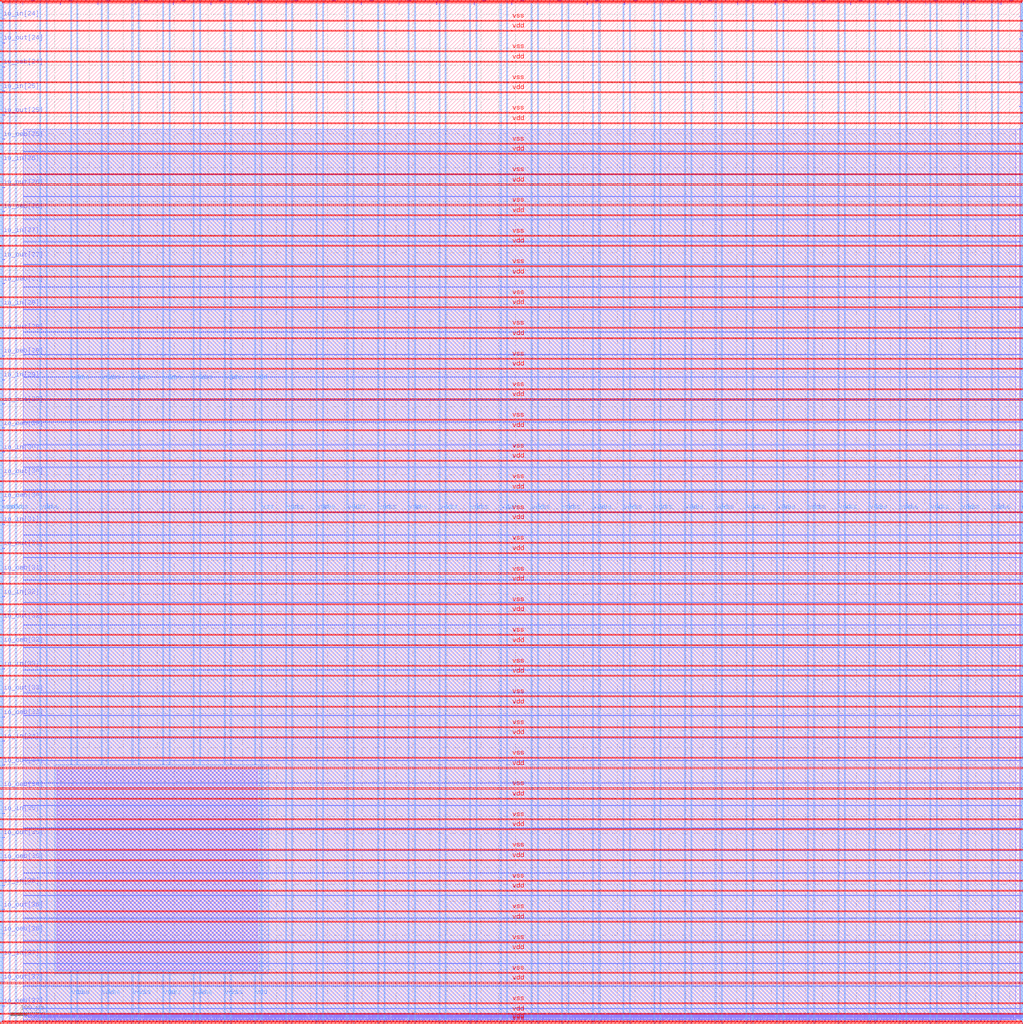
<source format=lef>
VERSION 5.7 ;
  NOWIREEXTENSIONATPIN ON ;
  DIVIDERCHAR "/" ;
  BUSBITCHARS "[]" ;
MACRO user_project_wrapper
  CLASS BLOCK ;
  FOREIGN user_project_wrapper ;
  ORIGIN 0.000 0.000 ;
  SIZE 2980.200 BY 2980.200 ;
  PIN io_in[0]
    DIRECTION INPUT ;
    USE SIGNAL ;
    PORT
      LAYER Metal3 ;
        RECT 2977.800 35.560 2985.000 36.680 ;
    END
  END io_in[0]
  PIN io_in[10]
    DIRECTION INPUT ;
    USE SIGNAL ;
    PORT
      LAYER Metal3 ;
        RECT 2977.800 2017.960 2985.000 2019.080 ;
    END
  END io_in[10]
  PIN io_in[11]
    DIRECTION INPUT ;
    USE SIGNAL ;
    PORT
      LAYER Metal3 ;
        RECT 2977.800 2216.200 2985.000 2217.320 ;
    END
  END io_in[11]
  PIN io_in[12]
    DIRECTION INPUT ;
    USE SIGNAL ;
    PORT
      LAYER Metal3 ;
        RECT 2977.800 2414.440 2985.000 2415.560 ;
    END
  END io_in[12]
  PIN io_in[13]
    DIRECTION INPUT ;
    USE SIGNAL ;
    PORT
      LAYER Metal3 ;
        RECT 2977.800 2612.680 2985.000 2613.800 ;
    END
  END io_in[13]
  PIN io_in[14]
    DIRECTION INPUT ;
    USE SIGNAL ;
    PORT
      LAYER Metal3 ;
        RECT 2977.800 2810.920 2985.000 2812.040 ;
    END
  END io_in[14]
  PIN io_in[15]
    DIRECTION INPUT ;
    USE SIGNAL ;
    PORT
      LAYER Metal2 ;
        RECT 2923.480 2977.800 2924.600 2985.000 ;
    END
  END io_in[15]
  PIN io_in[16]
    DIRECTION INPUT ;
    USE SIGNAL ;
    PORT
      LAYER Metal2 ;
        RECT 2592.520 2977.800 2593.640 2985.000 ;
    END
  END io_in[16]
  PIN io_in[17]
    DIRECTION INPUT ;
    USE SIGNAL ;
    PORT
      LAYER Metal2 ;
        RECT 2261.560 2977.800 2262.680 2985.000 ;
    END
  END io_in[17]
  PIN io_in[18]
    DIRECTION INPUT ;
    USE SIGNAL ;
    PORT
      LAYER Metal2 ;
        RECT 1930.600 2977.800 1931.720 2985.000 ;
    END
  END io_in[18]
  PIN io_in[19]
    DIRECTION INPUT ;
    USE SIGNAL ;
    PORT
      LAYER Metal2 ;
        RECT 1599.640 2977.800 1600.760 2985.000 ;
    END
  END io_in[19]
  PIN io_in[1]
    DIRECTION INPUT ;
    USE SIGNAL ;
    PORT
      LAYER Metal3 ;
        RECT 2977.800 233.800 2985.000 234.920 ;
    END
  END io_in[1]
  PIN io_in[20]
    DIRECTION INPUT ;
    USE SIGNAL ;
    PORT
      LAYER Metal2 ;
        RECT 1268.680 2977.800 1269.800 2985.000 ;
    END
  END io_in[20]
  PIN io_in[21]
    DIRECTION INPUT ;
    USE SIGNAL ;
    PORT
      LAYER Metal2 ;
        RECT 937.720 2977.800 938.840 2985.000 ;
    END
  END io_in[21]
  PIN io_in[22]
    DIRECTION INPUT ;
    USE SIGNAL ;
    PORT
      LAYER Metal2 ;
        RECT 606.760 2977.800 607.880 2985.000 ;
    END
  END io_in[22]
  PIN io_in[23]
    DIRECTION INPUT ;
    USE SIGNAL ;
    PORT
      LAYER Metal2 ;
        RECT 275.800 2977.800 276.920 2985.000 ;
    END
  END io_in[23]
  PIN io_in[24]
    DIRECTION INPUT ;
    USE SIGNAL ;
    PORT
      LAYER Metal3 ;
        RECT -4.800 2935.800 2.400 2936.920 ;
    END
  END io_in[24]
  PIN io_in[25]
    DIRECTION INPUT ;
    USE SIGNAL ;
    PORT
      LAYER Metal3 ;
        RECT -4.800 2724.120 2.400 2725.240 ;
    END
  END io_in[25]
  PIN io_in[26]
    DIRECTION INPUT ;
    USE SIGNAL ;
    PORT
      LAYER Metal3 ;
        RECT -4.800 2512.440 2.400 2513.560 ;
    END
  END io_in[26]
  PIN io_in[27]
    DIRECTION INPUT ;
    USE SIGNAL ;
    PORT
      LAYER Metal3 ;
        RECT -4.800 2300.760 2.400 2301.880 ;
    END
  END io_in[27]
  PIN io_in[28]
    DIRECTION INPUT ;
    USE SIGNAL ;
    PORT
      LAYER Metal3 ;
        RECT -4.800 2089.080 2.400 2090.200 ;
    END
  END io_in[28]
  PIN io_in[29]
    DIRECTION INPUT ;
    USE SIGNAL ;
    PORT
      LAYER Metal3 ;
        RECT -4.800 1877.400 2.400 1878.520 ;
    END
  END io_in[29]
  PIN io_in[2]
    DIRECTION INPUT ;
    USE SIGNAL ;
    PORT
      LAYER Metal3 ;
        RECT 2977.800 432.040 2985.000 433.160 ;
    END
  END io_in[2]
  PIN io_in[30]
    DIRECTION INPUT ;
    USE SIGNAL ;
    PORT
      LAYER Metal3 ;
        RECT -4.800 1665.720 2.400 1666.840 ;
    END
  END io_in[30]
  PIN io_in[31]
    DIRECTION INPUT ;
    USE SIGNAL ;
    PORT
      LAYER Metal3 ;
        RECT -4.800 1454.040 2.400 1455.160 ;
    END
  END io_in[31]
  PIN io_in[32]
    DIRECTION INPUT ;
    USE SIGNAL ;
    PORT
      LAYER Metal3 ;
        RECT -4.800 1242.360 2.400 1243.480 ;
    END
  END io_in[32]
  PIN io_in[33]
    DIRECTION INPUT ;
    USE SIGNAL ;
    PORT
      LAYER Metal3 ;
        RECT -4.800 1030.680 2.400 1031.800 ;
    END
  END io_in[33]
  PIN io_in[34]
    DIRECTION INPUT ;
    USE SIGNAL ;
    PORT
      LAYER Metal3 ;
        RECT -4.800 819.000 2.400 820.120 ;
    END
  END io_in[34]
  PIN io_in[35]
    DIRECTION INPUT ;
    USE SIGNAL ;
    PORT
      LAYER Metal3 ;
        RECT -4.800 607.320 2.400 608.440 ;
    END
  END io_in[35]
  PIN io_in[36]
    DIRECTION INPUT ;
    USE SIGNAL ;
    PORT
      LAYER Metal3 ;
        RECT -4.800 395.640 2.400 396.760 ;
    END
  END io_in[36]
  PIN io_in[37]
    DIRECTION INPUT ;
    USE SIGNAL ;
    PORT
      LAYER Metal3 ;
        RECT -4.800 183.960 2.400 185.080 ;
    END
  END io_in[37]
  PIN io_in[3]
    DIRECTION INPUT ;
    USE SIGNAL ;
    PORT
      LAYER Metal3 ;
        RECT 2977.800 630.280 2985.000 631.400 ;
    END
  END io_in[3]
  PIN io_in[4]
    DIRECTION INPUT ;
    USE SIGNAL ;
    PORT
      LAYER Metal3 ;
        RECT 2977.800 828.520 2985.000 829.640 ;
    END
  END io_in[4]
  PIN io_in[5]
    DIRECTION INPUT ;
    USE SIGNAL ;
    PORT
      LAYER Metal3 ;
        RECT 2977.800 1026.760 2985.000 1027.880 ;
    END
  END io_in[5]
  PIN io_in[6]
    DIRECTION INPUT ;
    USE SIGNAL ;
    PORT
      LAYER Metal3 ;
        RECT 2977.800 1225.000 2985.000 1226.120 ;
    END
  END io_in[6]
  PIN io_in[7]
    DIRECTION INPUT ;
    USE SIGNAL ;
    PORT
      LAYER Metal3 ;
        RECT 2977.800 1423.240 2985.000 1424.360 ;
    END
  END io_in[7]
  PIN io_in[8]
    DIRECTION INPUT ;
    USE SIGNAL ;
    PORT
      LAYER Metal3 ;
        RECT 2977.800 1621.480 2985.000 1622.600 ;
    END
  END io_in[8]
  PIN io_in[9]
    DIRECTION INPUT ;
    USE SIGNAL ;
    PORT
      LAYER Metal3 ;
        RECT 2977.800 1819.720 2985.000 1820.840 ;
    END
  END io_in[9]
  PIN io_oeb[0]
    DIRECTION OUTPUT TRISTATE ;
    USE SIGNAL ;
    PORT
      LAYER Metal3 ;
        RECT 2977.800 167.720 2985.000 168.840 ;
    END
  END io_oeb[0]
  PIN io_oeb[10]
    DIRECTION OUTPUT TRISTATE ;
    USE SIGNAL ;
    PORT
      LAYER Metal3 ;
        RECT 2977.800 2150.120 2985.000 2151.240 ;
    END
  END io_oeb[10]
  PIN io_oeb[11]
    DIRECTION OUTPUT TRISTATE ;
    USE SIGNAL ;
    PORT
      LAYER Metal3 ;
        RECT 2977.800 2348.360 2985.000 2349.480 ;
    END
  END io_oeb[11]
  PIN io_oeb[12]
    DIRECTION OUTPUT TRISTATE ;
    USE SIGNAL ;
    PORT
      LAYER Metal3 ;
        RECT 2977.800 2546.600 2985.000 2547.720 ;
    END
  END io_oeb[12]
  PIN io_oeb[13]
    DIRECTION OUTPUT TRISTATE ;
    USE SIGNAL ;
    PORT
      LAYER Metal3 ;
        RECT 2977.800 2744.840 2985.000 2745.960 ;
    END
  END io_oeb[13]
  PIN io_oeb[14]
    DIRECTION OUTPUT TRISTATE ;
    USE SIGNAL ;
    PORT
      LAYER Metal3 ;
        RECT 2977.800 2943.080 2985.000 2944.200 ;
    END
  END io_oeb[14]
  PIN io_oeb[15]
    DIRECTION OUTPUT TRISTATE ;
    USE SIGNAL ;
    PORT
      LAYER Metal2 ;
        RECT 2702.840 2977.800 2703.960 2985.000 ;
    END
  END io_oeb[15]
  PIN io_oeb[16]
    DIRECTION OUTPUT TRISTATE ;
    USE SIGNAL ;
    PORT
      LAYER Metal2 ;
        RECT 2371.880 2977.800 2373.000 2985.000 ;
    END
  END io_oeb[16]
  PIN io_oeb[17]
    DIRECTION OUTPUT TRISTATE ;
    USE SIGNAL ;
    PORT
      LAYER Metal2 ;
        RECT 2040.920 2977.800 2042.040 2985.000 ;
    END
  END io_oeb[17]
  PIN io_oeb[18]
    DIRECTION OUTPUT TRISTATE ;
    USE SIGNAL ;
    PORT
      LAYER Metal2 ;
        RECT 1709.960 2977.800 1711.080 2985.000 ;
    END
  END io_oeb[18]
  PIN io_oeb[19]
    DIRECTION OUTPUT TRISTATE ;
    USE SIGNAL ;
    PORT
      LAYER Metal2 ;
        RECT 1379.000 2977.800 1380.120 2985.000 ;
    END
  END io_oeb[19]
  PIN io_oeb[1]
    DIRECTION OUTPUT TRISTATE ;
    USE SIGNAL ;
    PORT
      LAYER Metal3 ;
        RECT 2977.800 365.960 2985.000 367.080 ;
    END
  END io_oeb[1]
  PIN io_oeb[20]
    DIRECTION OUTPUT TRISTATE ;
    USE SIGNAL ;
    PORT
      LAYER Metal2 ;
        RECT 1048.040 2977.800 1049.160 2985.000 ;
    END
  END io_oeb[20]
  PIN io_oeb[21]
    DIRECTION OUTPUT TRISTATE ;
    USE SIGNAL ;
    PORT
      LAYER Metal2 ;
        RECT 717.080 2977.800 718.200 2985.000 ;
    END
  END io_oeb[21]
  PIN io_oeb[22]
    DIRECTION OUTPUT TRISTATE ;
    USE SIGNAL ;
    PORT
      LAYER Metal2 ;
        RECT 386.120 2977.800 387.240 2985.000 ;
    END
  END io_oeb[22]
  PIN io_oeb[23]
    DIRECTION OUTPUT TRISTATE ;
    USE SIGNAL ;
    PORT
      LAYER Metal2 ;
        RECT 55.160 2977.800 56.280 2985.000 ;
    END
  END io_oeb[23]
  PIN io_oeb[24]
    DIRECTION OUTPUT TRISTATE ;
    USE SIGNAL ;
    PORT
      LAYER Metal3 ;
        RECT -4.800 2794.680 2.400 2795.800 ;
    END
  END io_oeb[24]
  PIN io_oeb[25]
    DIRECTION OUTPUT TRISTATE ;
    USE SIGNAL ;
    PORT
      LAYER Metal3 ;
        RECT -4.800 2583.000 2.400 2584.120 ;
    END
  END io_oeb[25]
  PIN io_oeb[26]
    DIRECTION OUTPUT TRISTATE ;
    USE SIGNAL ;
    PORT
      LAYER Metal3 ;
        RECT -4.800 2371.320 2.400 2372.440 ;
    END
  END io_oeb[26]
  PIN io_oeb[27]
    DIRECTION OUTPUT TRISTATE ;
    USE SIGNAL ;
    PORT
      LAYER Metal3 ;
        RECT -4.800 2159.640 2.400 2160.760 ;
    END
  END io_oeb[27]
  PIN io_oeb[28]
    DIRECTION OUTPUT TRISTATE ;
    USE SIGNAL ;
    PORT
      LAYER Metal3 ;
        RECT -4.800 1947.960 2.400 1949.080 ;
    END
  END io_oeb[28]
  PIN io_oeb[29]
    DIRECTION OUTPUT TRISTATE ;
    USE SIGNAL ;
    PORT
      LAYER Metal3 ;
        RECT -4.800 1736.280 2.400 1737.400 ;
    END
  END io_oeb[29]
  PIN io_oeb[2]
    DIRECTION OUTPUT TRISTATE ;
    USE SIGNAL ;
    PORT
      LAYER Metal3 ;
        RECT 2977.800 564.200 2985.000 565.320 ;
    END
  END io_oeb[2]
  PIN io_oeb[30]
    DIRECTION OUTPUT TRISTATE ;
    USE SIGNAL ;
    PORT
      LAYER Metal3 ;
        RECT -4.800 1524.600 2.400 1525.720 ;
    END
  END io_oeb[30]
  PIN io_oeb[31]
    DIRECTION OUTPUT TRISTATE ;
    USE SIGNAL ;
    PORT
      LAYER Metal3 ;
        RECT -4.800 1312.920 2.400 1314.040 ;
    END
  END io_oeb[31]
  PIN io_oeb[32]
    DIRECTION OUTPUT TRISTATE ;
    USE SIGNAL ;
    PORT
      LAYER Metal3 ;
        RECT -4.800 1101.240 2.400 1102.360 ;
    END
  END io_oeb[32]
  PIN io_oeb[33]
    DIRECTION OUTPUT TRISTATE ;
    USE SIGNAL ;
    PORT
      LAYER Metal3 ;
        RECT -4.800 889.560 2.400 890.680 ;
    END
  END io_oeb[33]
  PIN io_oeb[34]
    DIRECTION OUTPUT TRISTATE ;
    USE SIGNAL ;
    PORT
      LAYER Metal3 ;
        RECT -4.800 677.880 2.400 679.000 ;
    END
  END io_oeb[34]
  PIN io_oeb[35]
    DIRECTION OUTPUT TRISTATE ;
    USE SIGNAL ;
    PORT
      LAYER Metal3 ;
        RECT -4.800 466.200 2.400 467.320 ;
    END
  END io_oeb[35]
  PIN io_oeb[36]
    DIRECTION OUTPUT TRISTATE ;
    USE SIGNAL ;
    PORT
      LAYER Metal3 ;
        RECT -4.800 254.520 2.400 255.640 ;
    END
  END io_oeb[36]
  PIN io_oeb[37]
    DIRECTION OUTPUT TRISTATE ;
    USE SIGNAL ;
    PORT
      LAYER Metal3 ;
        RECT -4.800 42.840 2.400 43.960 ;
    END
  END io_oeb[37]
  PIN io_oeb[3]
    DIRECTION OUTPUT TRISTATE ;
    USE SIGNAL ;
    PORT
      LAYER Metal3 ;
        RECT 2977.800 762.440 2985.000 763.560 ;
    END
  END io_oeb[3]
  PIN io_oeb[4]
    DIRECTION OUTPUT TRISTATE ;
    USE SIGNAL ;
    PORT
      LAYER Metal3 ;
        RECT 2977.800 960.680 2985.000 961.800 ;
    END
  END io_oeb[4]
  PIN io_oeb[5]
    DIRECTION OUTPUT TRISTATE ;
    USE SIGNAL ;
    PORT
      LAYER Metal3 ;
        RECT 2977.800 1158.920 2985.000 1160.040 ;
    END
  END io_oeb[5]
  PIN io_oeb[6]
    DIRECTION OUTPUT TRISTATE ;
    USE SIGNAL ;
    PORT
      LAYER Metal3 ;
        RECT 2977.800 1357.160 2985.000 1358.280 ;
    END
  END io_oeb[6]
  PIN io_oeb[7]
    DIRECTION OUTPUT TRISTATE ;
    USE SIGNAL ;
    PORT
      LAYER Metal3 ;
        RECT 2977.800 1555.400 2985.000 1556.520 ;
    END
  END io_oeb[7]
  PIN io_oeb[8]
    DIRECTION OUTPUT TRISTATE ;
    USE SIGNAL ;
    PORT
      LAYER Metal3 ;
        RECT 2977.800 1753.640 2985.000 1754.760 ;
    END
  END io_oeb[8]
  PIN io_oeb[9]
    DIRECTION OUTPUT TRISTATE ;
    USE SIGNAL ;
    PORT
      LAYER Metal3 ;
        RECT 2977.800 1951.880 2985.000 1953.000 ;
    END
  END io_oeb[9]
  PIN io_out[0]
    DIRECTION OUTPUT TRISTATE ;
    USE SIGNAL ;
    PORT
      LAYER Metal3 ;
        RECT 2977.800 101.640 2985.000 102.760 ;
    END
  END io_out[0]
  PIN io_out[10]
    DIRECTION OUTPUT TRISTATE ;
    USE SIGNAL ;
    PORT
      LAYER Metal3 ;
        RECT 2977.800 2084.040 2985.000 2085.160 ;
    END
  END io_out[10]
  PIN io_out[11]
    DIRECTION OUTPUT TRISTATE ;
    USE SIGNAL ;
    PORT
      LAYER Metal3 ;
        RECT 2977.800 2282.280 2985.000 2283.400 ;
    END
  END io_out[11]
  PIN io_out[12]
    DIRECTION OUTPUT TRISTATE ;
    USE SIGNAL ;
    PORT
      LAYER Metal3 ;
        RECT 2977.800 2480.520 2985.000 2481.640 ;
    END
  END io_out[12]
  PIN io_out[13]
    DIRECTION OUTPUT TRISTATE ;
    USE SIGNAL ;
    PORT
      LAYER Metal3 ;
        RECT 2977.800 2678.760 2985.000 2679.880 ;
    END
  END io_out[13]
  PIN io_out[14]
    DIRECTION OUTPUT TRISTATE ;
    USE SIGNAL ;
    PORT
      LAYER Metal3 ;
        RECT 2977.800 2877.000 2985.000 2878.120 ;
    END
  END io_out[14]
  PIN io_out[15]
    DIRECTION OUTPUT TRISTATE ;
    USE SIGNAL ;
    PORT
      LAYER Metal2 ;
        RECT 2813.160 2977.800 2814.280 2985.000 ;
    END
  END io_out[15]
  PIN io_out[16]
    DIRECTION OUTPUT TRISTATE ;
    USE SIGNAL ;
    PORT
      LAYER Metal2 ;
        RECT 2482.200 2977.800 2483.320 2985.000 ;
    END
  END io_out[16]
  PIN io_out[17]
    DIRECTION OUTPUT TRISTATE ;
    USE SIGNAL ;
    PORT
      LAYER Metal2 ;
        RECT 2151.240 2977.800 2152.360 2985.000 ;
    END
  END io_out[17]
  PIN io_out[18]
    DIRECTION OUTPUT TRISTATE ;
    USE SIGNAL ;
    PORT
      LAYER Metal2 ;
        RECT 1820.280 2977.800 1821.400 2985.000 ;
    END
  END io_out[18]
  PIN io_out[19]
    DIRECTION OUTPUT TRISTATE ;
    USE SIGNAL ;
    PORT
      LAYER Metal2 ;
        RECT 1489.320 2977.800 1490.440 2985.000 ;
    END
  END io_out[19]
  PIN io_out[1]
    DIRECTION OUTPUT TRISTATE ;
    USE SIGNAL ;
    PORT
      LAYER Metal3 ;
        RECT 2977.800 299.880 2985.000 301.000 ;
    END
  END io_out[1]
  PIN io_out[20]
    DIRECTION OUTPUT TRISTATE ;
    USE SIGNAL ;
    PORT
      LAYER Metal2 ;
        RECT 1158.360 2977.800 1159.480 2985.000 ;
    END
  END io_out[20]
  PIN io_out[21]
    DIRECTION OUTPUT TRISTATE ;
    USE SIGNAL ;
    PORT
      LAYER Metal2 ;
        RECT 827.400 2977.800 828.520 2985.000 ;
    END
  END io_out[21]
  PIN io_out[22]
    DIRECTION OUTPUT TRISTATE ;
    USE SIGNAL ;
    PORT
      LAYER Metal2 ;
        RECT 496.440 2977.800 497.560 2985.000 ;
    END
  END io_out[22]
  PIN io_out[23]
    DIRECTION OUTPUT TRISTATE ;
    USE SIGNAL ;
    PORT
      LAYER Metal2 ;
        RECT 165.480 2977.800 166.600 2985.000 ;
    END
  END io_out[23]
  PIN io_out[24]
    DIRECTION OUTPUT TRISTATE ;
    USE SIGNAL ;
    PORT
      LAYER Metal3 ;
        RECT -4.800 2865.240 2.400 2866.360 ;
    END
  END io_out[24]
  PIN io_out[25]
    DIRECTION OUTPUT TRISTATE ;
    USE SIGNAL ;
    PORT
      LAYER Metal3 ;
        RECT -4.800 2653.560 2.400 2654.680 ;
    END
  END io_out[25]
  PIN io_out[26]
    DIRECTION OUTPUT TRISTATE ;
    USE SIGNAL ;
    PORT
      LAYER Metal3 ;
        RECT -4.800 2441.880 2.400 2443.000 ;
    END
  END io_out[26]
  PIN io_out[27]
    DIRECTION OUTPUT TRISTATE ;
    USE SIGNAL ;
    PORT
      LAYER Metal3 ;
        RECT -4.800 2230.200 2.400 2231.320 ;
    END
  END io_out[27]
  PIN io_out[28]
    DIRECTION OUTPUT TRISTATE ;
    USE SIGNAL ;
    PORT
      LAYER Metal3 ;
        RECT -4.800 2018.520 2.400 2019.640 ;
    END
  END io_out[28]
  PIN io_out[29]
    DIRECTION OUTPUT TRISTATE ;
    USE SIGNAL ;
    PORT
      LAYER Metal3 ;
        RECT -4.800 1806.840 2.400 1807.960 ;
    END
  END io_out[29]
  PIN io_out[2]
    DIRECTION OUTPUT TRISTATE ;
    USE SIGNAL ;
    PORT
      LAYER Metal3 ;
        RECT 2977.800 498.120 2985.000 499.240 ;
    END
  END io_out[2]
  PIN io_out[30]
    DIRECTION OUTPUT TRISTATE ;
    USE SIGNAL ;
    PORT
      LAYER Metal3 ;
        RECT -4.800 1595.160 2.400 1596.280 ;
    END
  END io_out[30]
  PIN io_out[31]
    DIRECTION OUTPUT TRISTATE ;
    USE SIGNAL ;
    PORT
      LAYER Metal3 ;
        RECT -4.800 1383.480 2.400 1384.600 ;
    END
  END io_out[31]
  PIN io_out[32]
    DIRECTION OUTPUT TRISTATE ;
    USE SIGNAL ;
    PORT
      LAYER Metal3 ;
        RECT -4.800 1171.800 2.400 1172.920 ;
    END
  END io_out[32]
  PIN io_out[33]
    DIRECTION OUTPUT TRISTATE ;
    USE SIGNAL ;
    PORT
      LAYER Metal3 ;
        RECT -4.800 960.120 2.400 961.240 ;
    END
  END io_out[33]
  PIN io_out[34]
    DIRECTION OUTPUT TRISTATE ;
    USE SIGNAL ;
    PORT
      LAYER Metal3 ;
        RECT -4.800 748.440 2.400 749.560 ;
    END
  END io_out[34]
  PIN io_out[35]
    DIRECTION OUTPUT TRISTATE ;
    USE SIGNAL ;
    PORT
      LAYER Metal3 ;
        RECT -4.800 536.760 2.400 537.880 ;
    END
  END io_out[35]
  PIN io_out[36]
    DIRECTION OUTPUT TRISTATE ;
    USE SIGNAL ;
    PORT
      LAYER Metal3 ;
        RECT -4.800 325.080 2.400 326.200 ;
    END
  END io_out[36]
  PIN io_out[37]
    DIRECTION OUTPUT TRISTATE ;
    USE SIGNAL ;
    PORT
      LAYER Metal3 ;
        RECT -4.800 113.400 2.400 114.520 ;
    END
  END io_out[37]
  PIN io_out[3]
    DIRECTION OUTPUT TRISTATE ;
    USE SIGNAL ;
    PORT
      LAYER Metal3 ;
        RECT 2977.800 696.360 2985.000 697.480 ;
    END
  END io_out[3]
  PIN io_out[4]
    DIRECTION OUTPUT TRISTATE ;
    USE SIGNAL ;
    PORT
      LAYER Metal3 ;
        RECT 2977.800 894.600 2985.000 895.720 ;
    END
  END io_out[4]
  PIN io_out[5]
    DIRECTION OUTPUT TRISTATE ;
    USE SIGNAL ;
    PORT
      LAYER Metal3 ;
        RECT 2977.800 1092.840 2985.000 1093.960 ;
    END
  END io_out[5]
  PIN io_out[6]
    DIRECTION OUTPUT TRISTATE ;
    USE SIGNAL ;
    PORT
      LAYER Metal3 ;
        RECT 2977.800 1291.080 2985.000 1292.200 ;
    END
  END io_out[6]
  PIN io_out[7]
    DIRECTION OUTPUT TRISTATE ;
    USE SIGNAL ;
    PORT
      LAYER Metal3 ;
        RECT 2977.800 1489.320 2985.000 1490.440 ;
    END
  END io_out[7]
  PIN io_out[8]
    DIRECTION OUTPUT TRISTATE ;
    USE SIGNAL ;
    PORT
      LAYER Metal3 ;
        RECT 2977.800 1687.560 2985.000 1688.680 ;
    END
  END io_out[8]
  PIN io_out[9]
    DIRECTION OUTPUT TRISTATE ;
    USE SIGNAL ;
    PORT
      LAYER Metal3 ;
        RECT 2977.800 1885.800 2985.000 1886.920 ;
    END
  END io_out[9]
  PIN la_data_in[0]
    DIRECTION INPUT ;
    USE SIGNAL ;
    PORT
      LAYER Metal2 ;
        RECT 1065.960 -4.800 1067.080 2.400 ;
    END
  END la_data_in[0]
  PIN la_data_in[10]
    DIRECTION INPUT ;
    USE SIGNAL ;
    PORT
      LAYER Metal2 ;
        RECT 1351.560 -4.800 1352.680 2.400 ;
    END
  END la_data_in[10]
  PIN la_data_in[11]
    DIRECTION INPUT ;
    USE SIGNAL ;
    PORT
      LAYER Metal2 ;
        RECT 1380.120 -4.800 1381.240 2.400 ;
    END
  END la_data_in[11]
  PIN la_data_in[12]
    DIRECTION INPUT ;
    USE SIGNAL ;
    PORT
      LAYER Metal2 ;
        RECT 1408.680 -4.800 1409.800 2.400 ;
    END
  END la_data_in[12]
  PIN la_data_in[13]
    DIRECTION INPUT ;
    USE SIGNAL ;
    PORT
      LAYER Metal2 ;
        RECT 1437.240 -4.800 1438.360 2.400 ;
    END
  END la_data_in[13]
  PIN la_data_in[14]
    DIRECTION INPUT ;
    USE SIGNAL ;
    PORT
      LAYER Metal2 ;
        RECT 1465.800 -4.800 1466.920 2.400 ;
    END
  END la_data_in[14]
  PIN la_data_in[15]
    DIRECTION INPUT ;
    USE SIGNAL ;
    PORT
      LAYER Metal2 ;
        RECT 1494.360 -4.800 1495.480 2.400 ;
    END
  END la_data_in[15]
  PIN la_data_in[16]
    DIRECTION INPUT ;
    USE SIGNAL ;
    PORT
      LAYER Metal2 ;
        RECT 1522.920 -4.800 1524.040 2.400 ;
    END
  END la_data_in[16]
  PIN la_data_in[17]
    DIRECTION INPUT ;
    USE SIGNAL ;
    PORT
      LAYER Metal2 ;
        RECT 1551.480 -4.800 1552.600 2.400 ;
    END
  END la_data_in[17]
  PIN la_data_in[18]
    DIRECTION INPUT ;
    USE SIGNAL ;
    PORT
      LAYER Metal2 ;
        RECT 1580.040 -4.800 1581.160 2.400 ;
    END
  END la_data_in[18]
  PIN la_data_in[19]
    DIRECTION INPUT ;
    USE SIGNAL ;
    PORT
      LAYER Metal2 ;
        RECT 1608.600 -4.800 1609.720 2.400 ;
    END
  END la_data_in[19]
  PIN la_data_in[1]
    DIRECTION INPUT ;
    USE SIGNAL ;
    PORT
      LAYER Metal2 ;
        RECT 1094.520 -4.800 1095.640 2.400 ;
    END
  END la_data_in[1]
  PIN la_data_in[20]
    DIRECTION INPUT ;
    USE SIGNAL ;
    PORT
      LAYER Metal2 ;
        RECT 1637.160 -4.800 1638.280 2.400 ;
    END
  END la_data_in[20]
  PIN la_data_in[21]
    DIRECTION INPUT ;
    USE SIGNAL ;
    PORT
      LAYER Metal2 ;
        RECT 1665.720 -4.800 1666.840 2.400 ;
    END
  END la_data_in[21]
  PIN la_data_in[22]
    DIRECTION INPUT ;
    USE SIGNAL ;
    PORT
      LAYER Metal2 ;
        RECT 1694.280 -4.800 1695.400 2.400 ;
    END
  END la_data_in[22]
  PIN la_data_in[23]
    DIRECTION INPUT ;
    USE SIGNAL ;
    PORT
      LAYER Metal2 ;
        RECT 1722.840 -4.800 1723.960 2.400 ;
    END
  END la_data_in[23]
  PIN la_data_in[24]
    DIRECTION INPUT ;
    USE SIGNAL ;
    PORT
      LAYER Metal2 ;
        RECT 1751.400 -4.800 1752.520 2.400 ;
    END
  END la_data_in[24]
  PIN la_data_in[25]
    DIRECTION INPUT ;
    USE SIGNAL ;
    PORT
      LAYER Metal2 ;
        RECT 1779.960 -4.800 1781.080 2.400 ;
    END
  END la_data_in[25]
  PIN la_data_in[26]
    DIRECTION INPUT ;
    USE SIGNAL ;
    PORT
      LAYER Metal2 ;
        RECT 1808.520 -4.800 1809.640 2.400 ;
    END
  END la_data_in[26]
  PIN la_data_in[27]
    DIRECTION INPUT ;
    USE SIGNAL ;
    PORT
      LAYER Metal2 ;
        RECT 1837.080 -4.800 1838.200 2.400 ;
    END
  END la_data_in[27]
  PIN la_data_in[28]
    DIRECTION INPUT ;
    USE SIGNAL ;
    PORT
      LAYER Metal2 ;
        RECT 1865.640 -4.800 1866.760 2.400 ;
    END
  END la_data_in[28]
  PIN la_data_in[29]
    DIRECTION INPUT ;
    USE SIGNAL ;
    PORT
      LAYER Metal2 ;
        RECT 1894.200 -4.800 1895.320 2.400 ;
    END
  END la_data_in[29]
  PIN la_data_in[2]
    DIRECTION INPUT ;
    USE SIGNAL ;
    PORT
      LAYER Metal2 ;
        RECT 1123.080 -4.800 1124.200 2.400 ;
    END
  END la_data_in[2]
  PIN la_data_in[30]
    DIRECTION INPUT ;
    USE SIGNAL ;
    PORT
      LAYER Metal2 ;
        RECT 1922.760 -4.800 1923.880 2.400 ;
    END
  END la_data_in[30]
  PIN la_data_in[31]
    DIRECTION INPUT ;
    USE SIGNAL ;
    PORT
      LAYER Metal2 ;
        RECT 1951.320 -4.800 1952.440 2.400 ;
    END
  END la_data_in[31]
  PIN la_data_in[32]
    DIRECTION INPUT ;
    USE SIGNAL ;
    PORT
      LAYER Metal2 ;
        RECT 1979.880 -4.800 1981.000 2.400 ;
    END
  END la_data_in[32]
  PIN la_data_in[33]
    DIRECTION INPUT ;
    USE SIGNAL ;
    PORT
      LAYER Metal2 ;
        RECT 2008.440 -4.800 2009.560 2.400 ;
    END
  END la_data_in[33]
  PIN la_data_in[34]
    DIRECTION INPUT ;
    USE SIGNAL ;
    PORT
      LAYER Metal2 ;
        RECT 2037.000 -4.800 2038.120 2.400 ;
    END
  END la_data_in[34]
  PIN la_data_in[35]
    DIRECTION INPUT ;
    USE SIGNAL ;
    PORT
      LAYER Metal2 ;
        RECT 2065.560 -4.800 2066.680 2.400 ;
    END
  END la_data_in[35]
  PIN la_data_in[36]
    DIRECTION INPUT ;
    USE SIGNAL ;
    PORT
      LAYER Metal2 ;
        RECT 2094.120 -4.800 2095.240 2.400 ;
    END
  END la_data_in[36]
  PIN la_data_in[37]
    DIRECTION INPUT ;
    USE SIGNAL ;
    PORT
      LAYER Metal2 ;
        RECT 2122.680 -4.800 2123.800 2.400 ;
    END
  END la_data_in[37]
  PIN la_data_in[38]
    DIRECTION INPUT ;
    USE SIGNAL ;
    PORT
      LAYER Metal2 ;
        RECT 2151.240 -4.800 2152.360 2.400 ;
    END
  END la_data_in[38]
  PIN la_data_in[39]
    DIRECTION INPUT ;
    USE SIGNAL ;
    PORT
      LAYER Metal2 ;
        RECT 2179.800 -4.800 2180.920 2.400 ;
    END
  END la_data_in[39]
  PIN la_data_in[3]
    DIRECTION INPUT ;
    USE SIGNAL ;
    PORT
      LAYER Metal2 ;
        RECT 1151.640 -4.800 1152.760 2.400 ;
    END
  END la_data_in[3]
  PIN la_data_in[40]
    DIRECTION INPUT ;
    USE SIGNAL ;
    PORT
      LAYER Metal2 ;
        RECT 2208.360 -4.800 2209.480 2.400 ;
    END
  END la_data_in[40]
  PIN la_data_in[41]
    DIRECTION INPUT ;
    USE SIGNAL ;
    PORT
      LAYER Metal2 ;
        RECT 2236.920 -4.800 2238.040 2.400 ;
    END
  END la_data_in[41]
  PIN la_data_in[42]
    DIRECTION INPUT ;
    USE SIGNAL ;
    PORT
      LAYER Metal2 ;
        RECT 2265.480 -4.800 2266.600 2.400 ;
    END
  END la_data_in[42]
  PIN la_data_in[43]
    DIRECTION INPUT ;
    USE SIGNAL ;
    PORT
      LAYER Metal2 ;
        RECT 2294.040 -4.800 2295.160 2.400 ;
    END
  END la_data_in[43]
  PIN la_data_in[44]
    DIRECTION INPUT ;
    USE SIGNAL ;
    PORT
      LAYER Metal2 ;
        RECT 2322.600 -4.800 2323.720 2.400 ;
    END
  END la_data_in[44]
  PIN la_data_in[45]
    DIRECTION INPUT ;
    USE SIGNAL ;
    PORT
      LAYER Metal2 ;
        RECT 2351.160 -4.800 2352.280 2.400 ;
    END
  END la_data_in[45]
  PIN la_data_in[46]
    DIRECTION INPUT ;
    USE SIGNAL ;
    PORT
      LAYER Metal2 ;
        RECT 2379.720 -4.800 2380.840 2.400 ;
    END
  END la_data_in[46]
  PIN la_data_in[47]
    DIRECTION INPUT ;
    USE SIGNAL ;
    PORT
      LAYER Metal2 ;
        RECT 2408.280 -4.800 2409.400 2.400 ;
    END
  END la_data_in[47]
  PIN la_data_in[48]
    DIRECTION INPUT ;
    USE SIGNAL ;
    PORT
      LAYER Metal2 ;
        RECT 2436.840 -4.800 2437.960 2.400 ;
    END
  END la_data_in[48]
  PIN la_data_in[49]
    DIRECTION INPUT ;
    USE SIGNAL ;
    PORT
      LAYER Metal2 ;
        RECT 2465.400 -4.800 2466.520 2.400 ;
    END
  END la_data_in[49]
  PIN la_data_in[4]
    DIRECTION INPUT ;
    USE SIGNAL ;
    PORT
      LAYER Metal2 ;
        RECT 1180.200 -4.800 1181.320 2.400 ;
    END
  END la_data_in[4]
  PIN la_data_in[50]
    DIRECTION INPUT ;
    USE SIGNAL ;
    PORT
      LAYER Metal2 ;
        RECT 2493.960 -4.800 2495.080 2.400 ;
    END
  END la_data_in[50]
  PIN la_data_in[51]
    DIRECTION INPUT ;
    USE SIGNAL ;
    PORT
      LAYER Metal2 ;
        RECT 2522.520 -4.800 2523.640 2.400 ;
    END
  END la_data_in[51]
  PIN la_data_in[52]
    DIRECTION INPUT ;
    USE SIGNAL ;
    PORT
      LAYER Metal2 ;
        RECT 2551.080 -4.800 2552.200 2.400 ;
    END
  END la_data_in[52]
  PIN la_data_in[53]
    DIRECTION INPUT ;
    USE SIGNAL ;
    PORT
      LAYER Metal2 ;
        RECT 2579.640 -4.800 2580.760 2.400 ;
    END
  END la_data_in[53]
  PIN la_data_in[54]
    DIRECTION INPUT ;
    USE SIGNAL ;
    PORT
      LAYER Metal2 ;
        RECT 2608.200 -4.800 2609.320 2.400 ;
    END
  END la_data_in[54]
  PIN la_data_in[55]
    DIRECTION INPUT ;
    USE SIGNAL ;
    PORT
      LAYER Metal2 ;
        RECT 2636.760 -4.800 2637.880 2.400 ;
    END
  END la_data_in[55]
  PIN la_data_in[56]
    DIRECTION INPUT ;
    USE SIGNAL ;
    PORT
      LAYER Metal2 ;
        RECT 2665.320 -4.800 2666.440 2.400 ;
    END
  END la_data_in[56]
  PIN la_data_in[57]
    DIRECTION INPUT ;
    USE SIGNAL ;
    PORT
      LAYER Metal2 ;
        RECT 2693.880 -4.800 2695.000 2.400 ;
    END
  END la_data_in[57]
  PIN la_data_in[58]
    DIRECTION INPUT ;
    USE SIGNAL ;
    PORT
      LAYER Metal2 ;
        RECT 2722.440 -4.800 2723.560 2.400 ;
    END
  END la_data_in[58]
  PIN la_data_in[59]
    DIRECTION INPUT ;
    USE SIGNAL ;
    PORT
      LAYER Metal2 ;
        RECT 2751.000 -4.800 2752.120 2.400 ;
    END
  END la_data_in[59]
  PIN la_data_in[5]
    DIRECTION INPUT ;
    USE SIGNAL ;
    PORT
      LAYER Metal2 ;
        RECT 1208.760 -4.800 1209.880 2.400 ;
    END
  END la_data_in[5]
  PIN la_data_in[60]
    DIRECTION INPUT ;
    USE SIGNAL ;
    PORT
      LAYER Metal2 ;
        RECT 2779.560 -4.800 2780.680 2.400 ;
    END
  END la_data_in[60]
  PIN la_data_in[61]
    DIRECTION INPUT ;
    USE SIGNAL ;
    PORT
      LAYER Metal2 ;
        RECT 2808.120 -4.800 2809.240 2.400 ;
    END
  END la_data_in[61]
  PIN la_data_in[62]
    DIRECTION INPUT ;
    USE SIGNAL ;
    PORT
      LAYER Metal2 ;
        RECT 2836.680 -4.800 2837.800 2.400 ;
    END
  END la_data_in[62]
  PIN la_data_in[63]
    DIRECTION INPUT ;
    USE SIGNAL ;
    PORT
      LAYER Metal2 ;
        RECT 2865.240 -4.800 2866.360 2.400 ;
    END
  END la_data_in[63]
  PIN la_data_in[6]
    DIRECTION INPUT ;
    USE SIGNAL ;
    PORT
      LAYER Metal2 ;
        RECT 1237.320 -4.800 1238.440 2.400 ;
    END
  END la_data_in[6]
  PIN la_data_in[7]
    DIRECTION INPUT ;
    USE SIGNAL ;
    PORT
      LAYER Metal2 ;
        RECT 1265.880 -4.800 1267.000 2.400 ;
    END
  END la_data_in[7]
  PIN la_data_in[8]
    DIRECTION INPUT ;
    USE SIGNAL ;
    PORT
      LAYER Metal2 ;
        RECT 1294.440 -4.800 1295.560 2.400 ;
    END
  END la_data_in[8]
  PIN la_data_in[9]
    DIRECTION INPUT ;
    USE SIGNAL ;
    PORT
      LAYER Metal2 ;
        RECT 1323.000 -4.800 1324.120 2.400 ;
    END
  END la_data_in[9]
  PIN la_data_out[0]
    DIRECTION OUTPUT TRISTATE ;
    USE SIGNAL ;
    PORT
      LAYER Metal2 ;
        RECT 1075.480 -4.800 1076.600 2.400 ;
    END
  END la_data_out[0]
  PIN la_data_out[10]
    DIRECTION OUTPUT TRISTATE ;
    USE SIGNAL ;
    PORT
      LAYER Metal2 ;
        RECT 1361.080 -4.800 1362.200 2.400 ;
    END
  END la_data_out[10]
  PIN la_data_out[11]
    DIRECTION OUTPUT TRISTATE ;
    USE SIGNAL ;
    PORT
      LAYER Metal2 ;
        RECT 1389.640 -4.800 1390.760 2.400 ;
    END
  END la_data_out[11]
  PIN la_data_out[12]
    DIRECTION OUTPUT TRISTATE ;
    USE SIGNAL ;
    PORT
      LAYER Metal2 ;
        RECT 1418.200 -4.800 1419.320 2.400 ;
    END
  END la_data_out[12]
  PIN la_data_out[13]
    DIRECTION OUTPUT TRISTATE ;
    USE SIGNAL ;
    PORT
      LAYER Metal2 ;
        RECT 1446.760 -4.800 1447.880 2.400 ;
    END
  END la_data_out[13]
  PIN la_data_out[14]
    DIRECTION OUTPUT TRISTATE ;
    USE SIGNAL ;
    PORT
      LAYER Metal2 ;
        RECT 1475.320 -4.800 1476.440 2.400 ;
    END
  END la_data_out[14]
  PIN la_data_out[15]
    DIRECTION OUTPUT TRISTATE ;
    USE SIGNAL ;
    PORT
      LAYER Metal2 ;
        RECT 1503.880 -4.800 1505.000 2.400 ;
    END
  END la_data_out[15]
  PIN la_data_out[16]
    DIRECTION OUTPUT TRISTATE ;
    USE SIGNAL ;
    PORT
      LAYER Metal2 ;
        RECT 1532.440 -4.800 1533.560 2.400 ;
    END
  END la_data_out[16]
  PIN la_data_out[17]
    DIRECTION OUTPUT TRISTATE ;
    USE SIGNAL ;
    PORT
      LAYER Metal2 ;
        RECT 1561.000 -4.800 1562.120 2.400 ;
    END
  END la_data_out[17]
  PIN la_data_out[18]
    DIRECTION OUTPUT TRISTATE ;
    USE SIGNAL ;
    PORT
      LAYER Metal2 ;
        RECT 1589.560 -4.800 1590.680 2.400 ;
    END
  END la_data_out[18]
  PIN la_data_out[19]
    DIRECTION OUTPUT TRISTATE ;
    USE SIGNAL ;
    PORT
      LAYER Metal2 ;
        RECT 1618.120 -4.800 1619.240 2.400 ;
    END
  END la_data_out[19]
  PIN la_data_out[1]
    DIRECTION OUTPUT TRISTATE ;
    USE SIGNAL ;
    PORT
      LAYER Metal2 ;
        RECT 1104.040 -4.800 1105.160 2.400 ;
    END
  END la_data_out[1]
  PIN la_data_out[20]
    DIRECTION OUTPUT TRISTATE ;
    USE SIGNAL ;
    PORT
      LAYER Metal2 ;
        RECT 1646.680 -4.800 1647.800 2.400 ;
    END
  END la_data_out[20]
  PIN la_data_out[21]
    DIRECTION OUTPUT TRISTATE ;
    USE SIGNAL ;
    PORT
      LAYER Metal2 ;
        RECT 1675.240 -4.800 1676.360 2.400 ;
    END
  END la_data_out[21]
  PIN la_data_out[22]
    DIRECTION OUTPUT TRISTATE ;
    USE SIGNAL ;
    PORT
      LAYER Metal2 ;
        RECT 1703.800 -4.800 1704.920 2.400 ;
    END
  END la_data_out[22]
  PIN la_data_out[23]
    DIRECTION OUTPUT TRISTATE ;
    USE SIGNAL ;
    PORT
      LAYER Metal2 ;
        RECT 1732.360 -4.800 1733.480 2.400 ;
    END
  END la_data_out[23]
  PIN la_data_out[24]
    DIRECTION OUTPUT TRISTATE ;
    USE SIGNAL ;
    PORT
      LAYER Metal2 ;
        RECT 1760.920 -4.800 1762.040 2.400 ;
    END
  END la_data_out[24]
  PIN la_data_out[25]
    DIRECTION OUTPUT TRISTATE ;
    USE SIGNAL ;
    PORT
      LAYER Metal2 ;
        RECT 1789.480 -4.800 1790.600 2.400 ;
    END
  END la_data_out[25]
  PIN la_data_out[26]
    DIRECTION OUTPUT TRISTATE ;
    USE SIGNAL ;
    PORT
      LAYER Metal2 ;
        RECT 1818.040 -4.800 1819.160 2.400 ;
    END
  END la_data_out[26]
  PIN la_data_out[27]
    DIRECTION OUTPUT TRISTATE ;
    USE SIGNAL ;
    PORT
      LAYER Metal2 ;
        RECT 1846.600 -4.800 1847.720 2.400 ;
    END
  END la_data_out[27]
  PIN la_data_out[28]
    DIRECTION OUTPUT TRISTATE ;
    USE SIGNAL ;
    PORT
      LAYER Metal2 ;
        RECT 1875.160 -4.800 1876.280 2.400 ;
    END
  END la_data_out[28]
  PIN la_data_out[29]
    DIRECTION OUTPUT TRISTATE ;
    USE SIGNAL ;
    PORT
      LAYER Metal2 ;
        RECT 1903.720 -4.800 1904.840 2.400 ;
    END
  END la_data_out[29]
  PIN la_data_out[2]
    DIRECTION OUTPUT TRISTATE ;
    USE SIGNAL ;
    PORT
      LAYER Metal2 ;
        RECT 1132.600 -4.800 1133.720 2.400 ;
    END
  END la_data_out[2]
  PIN la_data_out[30]
    DIRECTION OUTPUT TRISTATE ;
    USE SIGNAL ;
    PORT
      LAYER Metal2 ;
        RECT 1932.280 -4.800 1933.400 2.400 ;
    END
  END la_data_out[30]
  PIN la_data_out[31]
    DIRECTION OUTPUT TRISTATE ;
    USE SIGNAL ;
    PORT
      LAYER Metal2 ;
        RECT 1960.840 -4.800 1961.960 2.400 ;
    END
  END la_data_out[31]
  PIN la_data_out[32]
    DIRECTION OUTPUT TRISTATE ;
    USE SIGNAL ;
    PORT
      LAYER Metal2 ;
        RECT 1989.400 -4.800 1990.520 2.400 ;
    END
  END la_data_out[32]
  PIN la_data_out[33]
    DIRECTION OUTPUT TRISTATE ;
    USE SIGNAL ;
    PORT
      LAYER Metal2 ;
        RECT 2017.960 -4.800 2019.080 2.400 ;
    END
  END la_data_out[33]
  PIN la_data_out[34]
    DIRECTION OUTPUT TRISTATE ;
    USE SIGNAL ;
    PORT
      LAYER Metal2 ;
        RECT 2046.520 -4.800 2047.640 2.400 ;
    END
  END la_data_out[34]
  PIN la_data_out[35]
    DIRECTION OUTPUT TRISTATE ;
    USE SIGNAL ;
    PORT
      LAYER Metal2 ;
        RECT 2075.080 -4.800 2076.200 2.400 ;
    END
  END la_data_out[35]
  PIN la_data_out[36]
    DIRECTION OUTPUT TRISTATE ;
    USE SIGNAL ;
    PORT
      LAYER Metal2 ;
        RECT 2103.640 -4.800 2104.760 2.400 ;
    END
  END la_data_out[36]
  PIN la_data_out[37]
    DIRECTION OUTPUT TRISTATE ;
    USE SIGNAL ;
    PORT
      LAYER Metal2 ;
        RECT 2132.200 -4.800 2133.320 2.400 ;
    END
  END la_data_out[37]
  PIN la_data_out[38]
    DIRECTION OUTPUT TRISTATE ;
    USE SIGNAL ;
    PORT
      LAYER Metal2 ;
        RECT 2160.760 -4.800 2161.880 2.400 ;
    END
  END la_data_out[38]
  PIN la_data_out[39]
    DIRECTION OUTPUT TRISTATE ;
    USE SIGNAL ;
    PORT
      LAYER Metal2 ;
        RECT 2189.320 -4.800 2190.440 2.400 ;
    END
  END la_data_out[39]
  PIN la_data_out[3]
    DIRECTION OUTPUT TRISTATE ;
    USE SIGNAL ;
    PORT
      LAYER Metal2 ;
        RECT 1161.160 -4.800 1162.280 2.400 ;
    END
  END la_data_out[3]
  PIN la_data_out[40]
    DIRECTION OUTPUT TRISTATE ;
    USE SIGNAL ;
    PORT
      LAYER Metal2 ;
        RECT 2217.880 -4.800 2219.000 2.400 ;
    END
  END la_data_out[40]
  PIN la_data_out[41]
    DIRECTION OUTPUT TRISTATE ;
    USE SIGNAL ;
    PORT
      LAYER Metal2 ;
        RECT 2246.440 -4.800 2247.560 2.400 ;
    END
  END la_data_out[41]
  PIN la_data_out[42]
    DIRECTION OUTPUT TRISTATE ;
    USE SIGNAL ;
    PORT
      LAYER Metal2 ;
        RECT 2275.000 -4.800 2276.120 2.400 ;
    END
  END la_data_out[42]
  PIN la_data_out[43]
    DIRECTION OUTPUT TRISTATE ;
    USE SIGNAL ;
    PORT
      LAYER Metal2 ;
        RECT 2303.560 -4.800 2304.680 2.400 ;
    END
  END la_data_out[43]
  PIN la_data_out[44]
    DIRECTION OUTPUT TRISTATE ;
    USE SIGNAL ;
    PORT
      LAYER Metal2 ;
        RECT 2332.120 -4.800 2333.240 2.400 ;
    END
  END la_data_out[44]
  PIN la_data_out[45]
    DIRECTION OUTPUT TRISTATE ;
    USE SIGNAL ;
    PORT
      LAYER Metal2 ;
        RECT 2360.680 -4.800 2361.800 2.400 ;
    END
  END la_data_out[45]
  PIN la_data_out[46]
    DIRECTION OUTPUT TRISTATE ;
    USE SIGNAL ;
    PORT
      LAYER Metal2 ;
        RECT 2389.240 -4.800 2390.360 2.400 ;
    END
  END la_data_out[46]
  PIN la_data_out[47]
    DIRECTION OUTPUT TRISTATE ;
    USE SIGNAL ;
    PORT
      LAYER Metal2 ;
        RECT 2417.800 -4.800 2418.920 2.400 ;
    END
  END la_data_out[47]
  PIN la_data_out[48]
    DIRECTION OUTPUT TRISTATE ;
    USE SIGNAL ;
    PORT
      LAYER Metal2 ;
        RECT 2446.360 -4.800 2447.480 2.400 ;
    END
  END la_data_out[48]
  PIN la_data_out[49]
    DIRECTION OUTPUT TRISTATE ;
    USE SIGNAL ;
    PORT
      LAYER Metal2 ;
        RECT 2474.920 -4.800 2476.040 2.400 ;
    END
  END la_data_out[49]
  PIN la_data_out[4]
    DIRECTION OUTPUT TRISTATE ;
    USE SIGNAL ;
    PORT
      LAYER Metal2 ;
        RECT 1189.720 -4.800 1190.840 2.400 ;
    END
  END la_data_out[4]
  PIN la_data_out[50]
    DIRECTION OUTPUT TRISTATE ;
    USE SIGNAL ;
    PORT
      LAYER Metal2 ;
        RECT 2503.480 -4.800 2504.600 2.400 ;
    END
  END la_data_out[50]
  PIN la_data_out[51]
    DIRECTION OUTPUT TRISTATE ;
    USE SIGNAL ;
    PORT
      LAYER Metal2 ;
        RECT 2532.040 -4.800 2533.160 2.400 ;
    END
  END la_data_out[51]
  PIN la_data_out[52]
    DIRECTION OUTPUT TRISTATE ;
    USE SIGNAL ;
    PORT
      LAYER Metal2 ;
        RECT 2560.600 -4.800 2561.720 2.400 ;
    END
  END la_data_out[52]
  PIN la_data_out[53]
    DIRECTION OUTPUT TRISTATE ;
    USE SIGNAL ;
    PORT
      LAYER Metal2 ;
        RECT 2589.160 -4.800 2590.280 2.400 ;
    END
  END la_data_out[53]
  PIN la_data_out[54]
    DIRECTION OUTPUT TRISTATE ;
    USE SIGNAL ;
    PORT
      LAYER Metal2 ;
        RECT 2617.720 -4.800 2618.840 2.400 ;
    END
  END la_data_out[54]
  PIN la_data_out[55]
    DIRECTION OUTPUT TRISTATE ;
    USE SIGNAL ;
    PORT
      LAYER Metal2 ;
        RECT 2646.280 -4.800 2647.400 2.400 ;
    END
  END la_data_out[55]
  PIN la_data_out[56]
    DIRECTION OUTPUT TRISTATE ;
    USE SIGNAL ;
    PORT
      LAYER Metal2 ;
        RECT 2674.840 -4.800 2675.960 2.400 ;
    END
  END la_data_out[56]
  PIN la_data_out[57]
    DIRECTION OUTPUT TRISTATE ;
    USE SIGNAL ;
    PORT
      LAYER Metal2 ;
        RECT 2703.400 -4.800 2704.520 2.400 ;
    END
  END la_data_out[57]
  PIN la_data_out[58]
    DIRECTION OUTPUT TRISTATE ;
    USE SIGNAL ;
    PORT
      LAYER Metal2 ;
        RECT 2731.960 -4.800 2733.080 2.400 ;
    END
  END la_data_out[58]
  PIN la_data_out[59]
    DIRECTION OUTPUT TRISTATE ;
    USE SIGNAL ;
    PORT
      LAYER Metal2 ;
        RECT 2760.520 -4.800 2761.640 2.400 ;
    END
  END la_data_out[59]
  PIN la_data_out[5]
    DIRECTION OUTPUT TRISTATE ;
    USE SIGNAL ;
    PORT
      LAYER Metal2 ;
        RECT 1218.280 -4.800 1219.400 2.400 ;
    END
  END la_data_out[5]
  PIN la_data_out[60]
    DIRECTION OUTPUT TRISTATE ;
    USE SIGNAL ;
    PORT
      LAYER Metal2 ;
        RECT 2789.080 -4.800 2790.200 2.400 ;
    END
  END la_data_out[60]
  PIN la_data_out[61]
    DIRECTION OUTPUT TRISTATE ;
    USE SIGNAL ;
    PORT
      LAYER Metal2 ;
        RECT 2817.640 -4.800 2818.760 2.400 ;
    END
  END la_data_out[61]
  PIN la_data_out[62]
    DIRECTION OUTPUT TRISTATE ;
    USE SIGNAL ;
    PORT
      LAYER Metal2 ;
        RECT 2846.200 -4.800 2847.320 2.400 ;
    END
  END la_data_out[62]
  PIN la_data_out[63]
    DIRECTION OUTPUT TRISTATE ;
    USE SIGNAL ;
    PORT
      LAYER Metal2 ;
        RECT 2874.760 -4.800 2875.880 2.400 ;
    END
  END la_data_out[63]
  PIN la_data_out[6]
    DIRECTION OUTPUT TRISTATE ;
    USE SIGNAL ;
    PORT
      LAYER Metal2 ;
        RECT 1246.840 -4.800 1247.960 2.400 ;
    END
  END la_data_out[6]
  PIN la_data_out[7]
    DIRECTION OUTPUT TRISTATE ;
    USE SIGNAL ;
    PORT
      LAYER Metal2 ;
        RECT 1275.400 -4.800 1276.520 2.400 ;
    END
  END la_data_out[7]
  PIN la_data_out[8]
    DIRECTION OUTPUT TRISTATE ;
    USE SIGNAL ;
    PORT
      LAYER Metal2 ;
        RECT 1303.960 -4.800 1305.080 2.400 ;
    END
  END la_data_out[8]
  PIN la_data_out[9]
    DIRECTION OUTPUT TRISTATE ;
    USE SIGNAL ;
    PORT
      LAYER Metal2 ;
        RECT 1332.520 -4.800 1333.640 2.400 ;
    END
  END la_data_out[9]
  PIN la_oenb[0]
    DIRECTION INPUT ;
    USE SIGNAL ;
    PORT
      LAYER Metal2 ;
        RECT 1085.000 -4.800 1086.120 2.400 ;
    END
  END la_oenb[0]
  PIN la_oenb[10]
    DIRECTION INPUT ;
    USE SIGNAL ;
    PORT
      LAYER Metal2 ;
        RECT 1370.600 -4.800 1371.720 2.400 ;
    END
  END la_oenb[10]
  PIN la_oenb[11]
    DIRECTION INPUT ;
    USE SIGNAL ;
    PORT
      LAYER Metal2 ;
        RECT 1399.160 -4.800 1400.280 2.400 ;
    END
  END la_oenb[11]
  PIN la_oenb[12]
    DIRECTION INPUT ;
    USE SIGNAL ;
    PORT
      LAYER Metal2 ;
        RECT 1427.720 -4.800 1428.840 2.400 ;
    END
  END la_oenb[12]
  PIN la_oenb[13]
    DIRECTION INPUT ;
    USE SIGNAL ;
    PORT
      LAYER Metal2 ;
        RECT 1456.280 -4.800 1457.400 2.400 ;
    END
  END la_oenb[13]
  PIN la_oenb[14]
    DIRECTION INPUT ;
    USE SIGNAL ;
    PORT
      LAYER Metal2 ;
        RECT 1484.840 -4.800 1485.960 2.400 ;
    END
  END la_oenb[14]
  PIN la_oenb[15]
    DIRECTION INPUT ;
    USE SIGNAL ;
    PORT
      LAYER Metal2 ;
        RECT 1513.400 -4.800 1514.520 2.400 ;
    END
  END la_oenb[15]
  PIN la_oenb[16]
    DIRECTION INPUT ;
    USE SIGNAL ;
    PORT
      LAYER Metal2 ;
        RECT 1541.960 -4.800 1543.080 2.400 ;
    END
  END la_oenb[16]
  PIN la_oenb[17]
    DIRECTION INPUT ;
    USE SIGNAL ;
    PORT
      LAYER Metal2 ;
        RECT 1570.520 -4.800 1571.640 2.400 ;
    END
  END la_oenb[17]
  PIN la_oenb[18]
    DIRECTION INPUT ;
    USE SIGNAL ;
    PORT
      LAYER Metal2 ;
        RECT 1599.080 -4.800 1600.200 2.400 ;
    END
  END la_oenb[18]
  PIN la_oenb[19]
    DIRECTION INPUT ;
    USE SIGNAL ;
    PORT
      LAYER Metal2 ;
        RECT 1627.640 -4.800 1628.760 2.400 ;
    END
  END la_oenb[19]
  PIN la_oenb[1]
    DIRECTION INPUT ;
    USE SIGNAL ;
    PORT
      LAYER Metal2 ;
        RECT 1113.560 -4.800 1114.680 2.400 ;
    END
  END la_oenb[1]
  PIN la_oenb[20]
    DIRECTION INPUT ;
    USE SIGNAL ;
    PORT
      LAYER Metal2 ;
        RECT 1656.200 -4.800 1657.320 2.400 ;
    END
  END la_oenb[20]
  PIN la_oenb[21]
    DIRECTION INPUT ;
    USE SIGNAL ;
    PORT
      LAYER Metal2 ;
        RECT 1684.760 -4.800 1685.880 2.400 ;
    END
  END la_oenb[21]
  PIN la_oenb[22]
    DIRECTION INPUT ;
    USE SIGNAL ;
    PORT
      LAYER Metal2 ;
        RECT 1713.320 -4.800 1714.440 2.400 ;
    END
  END la_oenb[22]
  PIN la_oenb[23]
    DIRECTION INPUT ;
    USE SIGNAL ;
    PORT
      LAYER Metal2 ;
        RECT 1741.880 -4.800 1743.000 2.400 ;
    END
  END la_oenb[23]
  PIN la_oenb[24]
    DIRECTION INPUT ;
    USE SIGNAL ;
    PORT
      LAYER Metal2 ;
        RECT 1770.440 -4.800 1771.560 2.400 ;
    END
  END la_oenb[24]
  PIN la_oenb[25]
    DIRECTION INPUT ;
    USE SIGNAL ;
    PORT
      LAYER Metal2 ;
        RECT 1799.000 -4.800 1800.120 2.400 ;
    END
  END la_oenb[25]
  PIN la_oenb[26]
    DIRECTION INPUT ;
    USE SIGNAL ;
    PORT
      LAYER Metal2 ;
        RECT 1827.560 -4.800 1828.680 2.400 ;
    END
  END la_oenb[26]
  PIN la_oenb[27]
    DIRECTION INPUT ;
    USE SIGNAL ;
    PORT
      LAYER Metal2 ;
        RECT 1856.120 -4.800 1857.240 2.400 ;
    END
  END la_oenb[27]
  PIN la_oenb[28]
    DIRECTION INPUT ;
    USE SIGNAL ;
    PORT
      LAYER Metal2 ;
        RECT 1884.680 -4.800 1885.800 2.400 ;
    END
  END la_oenb[28]
  PIN la_oenb[29]
    DIRECTION INPUT ;
    USE SIGNAL ;
    PORT
      LAYER Metal2 ;
        RECT 1913.240 -4.800 1914.360 2.400 ;
    END
  END la_oenb[29]
  PIN la_oenb[2]
    DIRECTION INPUT ;
    USE SIGNAL ;
    PORT
      LAYER Metal2 ;
        RECT 1142.120 -4.800 1143.240 2.400 ;
    END
  END la_oenb[2]
  PIN la_oenb[30]
    DIRECTION INPUT ;
    USE SIGNAL ;
    PORT
      LAYER Metal2 ;
        RECT 1941.800 -4.800 1942.920 2.400 ;
    END
  END la_oenb[30]
  PIN la_oenb[31]
    DIRECTION INPUT ;
    USE SIGNAL ;
    PORT
      LAYER Metal2 ;
        RECT 1970.360 -4.800 1971.480 2.400 ;
    END
  END la_oenb[31]
  PIN la_oenb[32]
    DIRECTION INPUT ;
    USE SIGNAL ;
    PORT
      LAYER Metal2 ;
        RECT 1998.920 -4.800 2000.040 2.400 ;
    END
  END la_oenb[32]
  PIN la_oenb[33]
    DIRECTION INPUT ;
    USE SIGNAL ;
    PORT
      LAYER Metal2 ;
        RECT 2027.480 -4.800 2028.600 2.400 ;
    END
  END la_oenb[33]
  PIN la_oenb[34]
    DIRECTION INPUT ;
    USE SIGNAL ;
    PORT
      LAYER Metal2 ;
        RECT 2056.040 -4.800 2057.160 2.400 ;
    END
  END la_oenb[34]
  PIN la_oenb[35]
    DIRECTION INPUT ;
    USE SIGNAL ;
    PORT
      LAYER Metal2 ;
        RECT 2084.600 -4.800 2085.720 2.400 ;
    END
  END la_oenb[35]
  PIN la_oenb[36]
    DIRECTION INPUT ;
    USE SIGNAL ;
    PORT
      LAYER Metal2 ;
        RECT 2113.160 -4.800 2114.280 2.400 ;
    END
  END la_oenb[36]
  PIN la_oenb[37]
    DIRECTION INPUT ;
    USE SIGNAL ;
    PORT
      LAYER Metal2 ;
        RECT 2141.720 -4.800 2142.840 2.400 ;
    END
  END la_oenb[37]
  PIN la_oenb[38]
    DIRECTION INPUT ;
    USE SIGNAL ;
    PORT
      LAYER Metal2 ;
        RECT 2170.280 -4.800 2171.400 2.400 ;
    END
  END la_oenb[38]
  PIN la_oenb[39]
    DIRECTION INPUT ;
    USE SIGNAL ;
    PORT
      LAYER Metal2 ;
        RECT 2198.840 -4.800 2199.960 2.400 ;
    END
  END la_oenb[39]
  PIN la_oenb[3]
    DIRECTION INPUT ;
    USE SIGNAL ;
    PORT
      LAYER Metal2 ;
        RECT 1170.680 -4.800 1171.800 2.400 ;
    END
  END la_oenb[3]
  PIN la_oenb[40]
    DIRECTION INPUT ;
    USE SIGNAL ;
    PORT
      LAYER Metal2 ;
        RECT 2227.400 -4.800 2228.520 2.400 ;
    END
  END la_oenb[40]
  PIN la_oenb[41]
    DIRECTION INPUT ;
    USE SIGNAL ;
    PORT
      LAYER Metal2 ;
        RECT 2255.960 -4.800 2257.080 2.400 ;
    END
  END la_oenb[41]
  PIN la_oenb[42]
    DIRECTION INPUT ;
    USE SIGNAL ;
    PORT
      LAYER Metal2 ;
        RECT 2284.520 -4.800 2285.640 2.400 ;
    END
  END la_oenb[42]
  PIN la_oenb[43]
    DIRECTION INPUT ;
    USE SIGNAL ;
    PORT
      LAYER Metal2 ;
        RECT 2313.080 -4.800 2314.200 2.400 ;
    END
  END la_oenb[43]
  PIN la_oenb[44]
    DIRECTION INPUT ;
    USE SIGNAL ;
    PORT
      LAYER Metal2 ;
        RECT 2341.640 -4.800 2342.760 2.400 ;
    END
  END la_oenb[44]
  PIN la_oenb[45]
    DIRECTION INPUT ;
    USE SIGNAL ;
    PORT
      LAYER Metal2 ;
        RECT 2370.200 -4.800 2371.320 2.400 ;
    END
  END la_oenb[45]
  PIN la_oenb[46]
    DIRECTION INPUT ;
    USE SIGNAL ;
    PORT
      LAYER Metal2 ;
        RECT 2398.760 -4.800 2399.880 2.400 ;
    END
  END la_oenb[46]
  PIN la_oenb[47]
    DIRECTION INPUT ;
    USE SIGNAL ;
    PORT
      LAYER Metal2 ;
        RECT 2427.320 -4.800 2428.440 2.400 ;
    END
  END la_oenb[47]
  PIN la_oenb[48]
    DIRECTION INPUT ;
    USE SIGNAL ;
    PORT
      LAYER Metal2 ;
        RECT 2455.880 -4.800 2457.000 2.400 ;
    END
  END la_oenb[48]
  PIN la_oenb[49]
    DIRECTION INPUT ;
    USE SIGNAL ;
    PORT
      LAYER Metal2 ;
        RECT 2484.440 -4.800 2485.560 2.400 ;
    END
  END la_oenb[49]
  PIN la_oenb[4]
    DIRECTION INPUT ;
    USE SIGNAL ;
    PORT
      LAYER Metal2 ;
        RECT 1199.240 -4.800 1200.360 2.400 ;
    END
  END la_oenb[4]
  PIN la_oenb[50]
    DIRECTION INPUT ;
    USE SIGNAL ;
    PORT
      LAYER Metal2 ;
        RECT 2513.000 -4.800 2514.120 2.400 ;
    END
  END la_oenb[50]
  PIN la_oenb[51]
    DIRECTION INPUT ;
    USE SIGNAL ;
    PORT
      LAYER Metal2 ;
        RECT 2541.560 -4.800 2542.680 2.400 ;
    END
  END la_oenb[51]
  PIN la_oenb[52]
    DIRECTION INPUT ;
    USE SIGNAL ;
    PORT
      LAYER Metal2 ;
        RECT 2570.120 -4.800 2571.240 2.400 ;
    END
  END la_oenb[52]
  PIN la_oenb[53]
    DIRECTION INPUT ;
    USE SIGNAL ;
    PORT
      LAYER Metal2 ;
        RECT 2598.680 -4.800 2599.800 2.400 ;
    END
  END la_oenb[53]
  PIN la_oenb[54]
    DIRECTION INPUT ;
    USE SIGNAL ;
    PORT
      LAYER Metal2 ;
        RECT 2627.240 -4.800 2628.360 2.400 ;
    END
  END la_oenb[54]
  PIN la_oenb[55]
    DIRECTION INPUT ;
    USE SIGNAL ;
    PORT
      LAYER Metal2 ;
        RECT 2655.800 -4.800 2656.920 2.400 ;
    END
  END la_oenb[55]
  PIN la_oenb[56]
    DIRECTION INPUT ;
    USE SIGNAL ;
    PORT
      LAYER Metal2 ;
        RECT 2684.360 -4.800 2685.480 2.400 ;
    END
  END la_oenb[56]
  PIN la_oenb[57]
    DIRECTION INPUT ;
    USE SIGNAL ;
    PORT
      LAYER Metal2 ;
        RECT 2712.920 -4.800 2714.040 2.400 ;
    END
  END la_oenb[57]
  PIN la_oenb[58]
    DIRECTION INPUT ;
    USE SIGNAL ;
    PORT
      LAYER Metal2 ;
        RECT 2741.480 -4.800 2742.600 2.400 ;
    END
  END la_oenb[58]
  PIN la_oenb[59]
    DIRECTION INPUT ;
    USE SIGNAL ;
    PORT
      LAYER Metal2 ;
        RECT 2770.040 -4.800 2771.160 2.400 ;
    END
  END la_oenb[59]
  PIN la_oenb[5]
    DIRECTION INPUT ;
    USE SIGNAL ;
    PORT
      LAYER Metal2 ;
        RECT 1227.800 -4.800 1228.920 2.400 ;
    END
  END la_oenb[5]
  PIN la_oenb[60]
    DIRECTION INPUT ;
    USE SIGNAL ;
    PORT
      LAYER Metal2 ;
        RECT 2798.600 -4.800 2799.720 2.400 ;
    END
  END la_oenb[60]
  PIN la_oenb[61]
    DIRECTION INPUT ;
    USE SIGNAL ;
    PORT
      LAYER Metal2 ;
        RECT 2827.160 -4.800 2828.280 2.400 ;
    END
  END la_oenb[61]
  PIN la_oenb[62]
    DIRECTION INPUT ;
    USE SIGNAL ;
    PORT
      LAYER Metal2 ;
        RECT 2855.720 -4.800 2856.840 2.400 ;
    END
  END la_oenb[62]
  PIN la_oenb[63]
    DIRECTION INPUT ;
    USE SIGNAL ;
    PORT
      LAYER Metal2 ;
        RECT 2884.280 -4.800 2885.400 2.400 ;
    END
  END la_oenb[63]
  PIN la_oenb[6]
    DIRECTION INPUT ;
    USE SIGNAL ;
    PORT
      LAYER Metal2 ;
        RECT 1256.360 -4.800 1257.480 2.400 ;
    END
  END la_oenb[6]
  PIN la_oenb[7]
    DIRECTION INPUT ;
    USE SIGNAL ;
    PORT
      LAYER Metal2 ;
        RECT 1284.920 -4.800 1286.040 2.400 ;
    END
  END la_oenb[7]
  PIN la_oenb[8]
    DIRECTION INPUT ;
    USE SIGNAL ;
    PORT
      LAYER Metal2 ;
        RECT 1313.480 -4.800 1314.600 2.400 ;
    END
  END la_oenb[8]
  PIN la_oenb[9]
    DIRECTION INPUT ;
    USE SIGNAL ;
    PORT
      LAYER Metal2 ;
        RECT 1342.040 -4.800 1343.160 2.400 ;
    END
  END la_oenb[9]
  PIN user_clock2
    DIRECTION INPUT ;
    USE SIGNAL ;
    PORT
      LAYER Metal2 ;
        RECT 2893.800 -4.800 2894.920 2.400 ;
    END
  END user_clock2
  PIN user_irq[0]
    DIRECTION OUTPUT TRISTATE ;
    USE SIGNAL ;
    PORT
      LAYER Metal2 ;
        RECT 2903.320 -4.800 2904.440 2.400 ;
    END
  END user_irq[0]
  PIN user_irq[1]
    DIRECTION OUTPUT TRISTATE ;
    USE SIGNAL ;
    PORT
      LAYER Metal2 ;
        RECT 2912.840 -4.800 2913.960 2.400 ;
    END
  END user_irq[1]
  PIN user_irq[2]
    DIRECTION OUTPUT TRISTATE ;
    USE SIGNAL ;
    PORT
      LAYER Metal2 ;
        RECT 2922.360 -4.800 2923.480 2.400 ;
    END
  END user_irq[2]
  PIN vdd
    DIRECTION INOUT ;
    USE POWER ;
    PORT
      LAYER Metal4 ;
        RECT -4.780 -3.420 -1.680 2986.540 ;
    END
    PORT
      LAYER Metal5 ;
        RECT -4.780 -3.420 2985.100 -0.320 ;
    END
    PORT
      LAYER Metal5 ;
        RECT -4.780 2983.440 2985.100 2986.540 ;
    END
    PORT
      LAYER Metal4 ;
        RECT 2982.000 -3.420 2985.100 2986.540 ;
    END
    PORT
      LAYER Metal4 ;
        RECT 15.770 -8.220 18.870 2991.340 ;
    END
    PORT
      LAYER Metal4 ;
        RECT 105.770 -8.220 108.870 2991.340 ;
    END
    PORT
      LAYER Metal4 ;
        RECT 195.770 -8.220 198.870 146.530 ;
    END
    PORT
      LAYER Metal4 ;
        RECT 195.770 750.990 198.870 2991.340 ;
    END
    PORT
      LAYER Metal4 ;
        RECT 285.770 -8.220 288.870 146.530 ;
    END
    PORT
      LAYER Metal4 ;
        RECT 285.770 750.990 288.870 2991.340 ;
    END
    PORT
      LAYER Metal4 ;
        RECT 375.770 -8.220 378.870 146.530 ;
    END
    PORT
      LAYER Metal4 ;
        RECT 375.770 750.990 378.870 2991.340 ;
    END
    PORT
      LAYER Metal4 ;
        RECT 465.770 -8.220 468.870 146.530 ;
    END
    PORT
      LAYER Metal4 ;
        RECT 465.770 750.990 468.870 2991.340 ;
    END
    PORT
      LAYER Metal4 ;
        RECT 555.770 -8.220 558.870 146.530 ;
    END
    PORT
      LAYER Metal4 ;
        RECT 555.770 750.990 558.870 2991.340 ;
    END
    PORT
      LAYER Metal4 ;
        RECT 645.770 -8.220 648.870 146.530 ;
    END
    PORT
      LAYER Metal4 ;
        RECT 645.770 750.990 648.870 2991.340 ;
    END
    PORT
      LAYER Metal4 ;
        RECT 735.770 -8.220 738.870 146.530 ;
    END
    PORT
      LAYER Metal4 ;
        RECT 735.770 750.990 738.870 2991.340 ;
    END
    PORT
      LAYER Metal4 ;
        RECT 825.770 -8.220 828.870 2991.340 ;
    END
    PORT
      LAYER Metal4 ;
        RECT 915.770 -8.220 918.870 2991.340 ;
    END
    PORT
      LAYER Metal4 ;
        RECT 1005.770 -8.220 1008.870 2991.340 ;
    END
    PORT
      LAYER Metal4 ;
        RECT 1095.770 -8.220 1098.870 2991.340 ;
    END
    PORT
      LAYER Metal4 ;
        RECT 1185.770 -8.220 1188.870 2991.340 ;
    END
    PORT
      LAYER Metal4 ;
        RECT 1275.770 -8.220 1278.870 2991.340 ;
    END
    PORT
      LAYER Metal4 ;
        RECT 1365.770 -8.220 1368.870 2991.340 ;
    END
    PORT
      LAYER Metal4 ;
        RECT 1455.770 -8.220 1458.870 2991.340 ;
    END
    PORT
      LAYER Metal4 ;
        RECT 1545.770 -8.220 1548.870 2991.340 ;
    END
    PORT
      LAYER Metal4 ;
        RECT 1635.770 -8.220 1638.870 2991.340 ;
    END
    PORT
      LAYER Metal4 ;
        RECT 1725.770 -8.220 1728.870 2991.340 ;
    END
    PORT
      LAYER Metal4 ;
        RECT 1815.770 -8.220 1818.870 2991.340 ;
    END
    PORT
      LAYER Metal4 ;
        RECT 1905.770 -8.220 1908.870 2991.340 ;
    END
    PORT
      LAYER Metal4 ;
        RECT 1995.770 -8.220 1998.870 2991.340 ;
    END
    PORT
      LAYER Metal4 ;
        RECT 2085.770 -8.220 2088.870 2991.340 ;
    END
    PORT
      LAYER Metal4 ;
        RECT 2175.770 -8.220 2178.870 2991.340 ;
    END
    PORT
      LAYER Metal4 ;
        RECT 2265.770 -8.220 2268.870 2991.340 ;
    END
    PORT
      LAYER Metal4 ;
        RECT 2355.770 -8.220 2358.870 2991.340 ;
    END
    PORT
      LAYER Metal4 ;
        RECT 2445.770 -8.220 2448.870 2991.340 ;
    END
    PORT
      LAYER Metal4 ;
        RECT 2535.770 -8.220 2538.870 2991.340 ;
    END
    PORT
      LAYER Metal4 ;
        RECT 2625.770 -8.220 2628.870 2991.340 ;
    END
    PORT
      LAYER Metal4 ;
        RECT 2715.770 -8.220 2718.870 2991.340 ;
    END
    PORT
      LAYER Metal4 ;
        RECT 2805.770 -8.220 2808.870 2991.340 ;
    END
    PORT
      LAYER Metal4 ;
        RECT 2895.770 -8.220 2898.870 2991.340 ;
    END
    PORT
      LAYER Metal5 ;
        RECT -9.580 19.130 2989.900 22.230 ;
    END
    PORT
      LAYER Metal5 ;
        RECT -9.580 109.130 2989.900 112.230 ;
    END
    PORT
      LAYER Metal5 ;
        RECT -9.580 199.130 2989.900 202.230 ;
    END
    PORT
      LAYER Metal5 ;
        RECT -9.580 289.130 2989.900 292.230 ;
    END
    PORT
      LAYER Metal5 ;
        RECT -9.580 379.130 2989.900 382.230 ;
    END
    PORT
      LAYER Metal5 ;
        RECT -9.580 469.130 2989.900 472.230 ;
    END
    PORT
      LAYER Metal5 ;
        RECT -9.580 559.130 2989.900 562.230 ;
    END
    PORT
      LAYER Metal5 ;
        RECT -9.580 649.130 2989.900 652.230 ;
    END
    PORT
      LAYER Metal5 ;
        RECT -9.580 739.130 2989.900 742.230 ;
    END
    PORT
      LAYER Metal5 ;
        RECT -9.580 829.130 2989.900 832.230 ;
    END
    PORT
      LAYER Metal5 ;
        RECT -9.580 919.130 2989.900 922.230 ;
    END
    PORT
      LAYER Metal5 ;
        RECT -9.580 1009.130 2989.900 1012.230 ;
    END
    PORT
      LAYER Metal5 ;
        RECT -9.580 1099.130 2989.900 1102.230 ;
    END
    PORT
      LAYER Metal5 ;
        RECT -9.580 1189.130 2989.900 1192.230 ;
    END
    PORT
      LAYER Metal5 ;
        RECT -9.580 1279.130 2989.900 1282.230 ;
    END
    PORT
      LAYER Metal5 ;
        RECT -9.580 1369.130 2989.900 1372.230 ;
    END
    PORT
      LAYER Metal5 ;
        RECT -9.580 1459.130 2989.900 1462.230 ;
    END
    PORT
      LAYER Metal5 ;
        RECT -9.580 1549.130 2989.900 1552.230 ;
    END
    PORT
      LAYER Metal5 ;
        RECT -9.580 1639.130 2989.900 1642.230 ;
    END
    PORT
      LAYER Metal5 ;
        RECT -9.580 1729.130 2989.900 1732.230 ;
    END
    PORT
      LAYER Metal5 ;
        RECT -9.580 1819.130 2989.900 1822.230 ;
    END
    PORT
      LAYER Metal5 ;
        RECT -9.580 1909.130 2989.900 1912.230 ;
    END
    PORT
      LAYER Metal5 ;
        RECT -9.580 1999.130 2989.900 2002.230 ;
    END
    PORT
      LAYER Metal5 ;
        RECT -9.580 2089.130 2989.900 2092.230 ;
    END
    PORT
      LAYER Metal5 ;
        RECT -9.580 2179.130 2989.900 2182.230 ;
    END
    PORT
      LAYER Metal5 ;
        RECT -9.580 2269.130 2989.900 2272.230 ;
    END
    PORT
      LAYER Metal5 ;
        RECT -9.580 2359.130 2989.900 2362.230 ;
    END
    PORT
      LAYER Metal5 ;
        RECT -9.580 2449.130 2989.900 2452.230 ;
    END
    PORT
      LAYER Metal5 ;
        RECT -9.580 2539.130 2989.900 2542.230 ;
    END
    PORT
      LAYER Metal5 ;
        RECT -9.580 2629.130 2989.900 2632.230 ;
    END
    PORT
      LAYER Metal5 ;
        RECT -9.580 2719.130 2989.900 2722.230 ;
    END
    PORT
      LAYER Metal5 ;
        RECT -9.580 2809.130 2989.900 2812.230 ;
    END
    PORT
      LAYER Metal5 ;
        RECT -9.580 2899.130 2989.900 2902.230 ;
    END
  END vdd
  PIN vss
    DIRECTION INOUT ;
    USE GROUND ;
    PORT
      LAYER Metal4 ;
        RECT -9.580 -8.220 -6.480 2991.340 ;
    END
    PORT
      LAYER Metal5 ;
        RECT -9.580 -8.220 2989.900 -5.120 ;
    END
    PORT
      LAYER Metal5 ;
        RECT -9.580 2988.240 2989.900 2991.340 ;
    END
    PORT
      LAYER Metal4 ;
        RECT 2986.800 -8.220 2989.900 2991.340 ;
    END
    PORT
      LAYER Metal4 ;
        RECT 34.370 -8.220 37.470 2991.340 ;
    END
    PORT
      LAYER Metal4 ;
        RECT 124.370 -8.220 127.470 2991.340 ;
    END
    PORT
      LAYER Metal4 ;
        RECT 214.370 -8.220 217.470 146.530 ;
    END
    PORT
      LAYER Metal4 ;
        RECT 214.370 750.990 217.470 2991.340 ;
    END
    PORT
      LAYER Metal4 ;
        RECT 304.370 -8.220 307.470 146.530 ;
    END
    PORT
      LAYER Metal4 ;
        RECT 304.370 750.990 307.470 2991.340 ;
    END
    PORT
      LAYER Metal4 ;
        RECT 394.370 -8.220 397.470 146.530 ;
    END
    PORT
      LAYER Metal4 ;
        RECT 394.370 750.990 397.470 2991.340 ;
    END
    PORT
      LAYER Metal4 ;
        RECT 484.370 -8.220 487.470 146.530 ;
    END
    PORT
      LAYER Metal4 ;
        RECT 484.370 750.990 487.470 2991.340 ;
    END
    PORT
      LAYER Metal4 ;
        RECT 574.370 -8.220 577.470 146.530 ;
    END
    PORT
      LAYER Metal4 ;
        RECT 574.370 750.990 577.470 2991.340 ;
    END
    PORT
      LAYER Metal4 ;
        RECT 664.370 -8.220 667.470 146.530 ;
    END
    PORT
      LAYER Metal4 ;
        RECT 664.370 750.990 667.470 2991.340 ;
    END
    PORT
      LAYER Metal4 ;
        RECT 754.370 -8.220 757.470 2991.340 ;
    END
    PORT
      LAYER Metal4 ;
        RECT 844.370 -8.220 847.470 2991.340 ;
    END
    PORT
      LAYER Metal4 ;
        RECT 934.370 -8.220 937.470 2991.340 ;
    END
    PORT
      LAYER Metal4 ;
        RECT 1024.370 -8.220 1027.470 2991.340 ;
    END
    PORT
      LAYER Metal4 ;
        RECT 1114.370 -8.220 1117.470 2991.340 ;
    END
    PORT
      LAYER Metal4 ;
        RECT 1204.370 -8.220 1207.470 2991.340 ;
    END
    PORT
      LAYER Metal4 ;
        RECT 1294.370 -8.220 1297.470 2991.340 ;
    END
    PORT
      LAYER Metal4 ;
        RECT 1384.370 -8.220 1387.470 2991.340 ;
    END
    PORT
      LAYER Metal4 ;
        RECT 1474.370 -8.220 1477.470 2991.340 ;
    END
    PORT
      LAYER Metal4 ;
        RECT 1564.370 -8.220 1567.470 2991.340 ;
    END
    PORT
      LAYER Metal4 ;
        RECT 1654.370 -8.220 1657.470 2991.340 ;
    END
    PORT
      LAYER Metal4 ;
        RECT 1744.370 -8.220 1747.470 2991.340 ;
    END
    PORT
      LAYER Metal4 ;
        RECT 1834.370 -8.220 1837.470 2991.340 ;
    END
    PORT
      LAYER Metal4 ;
        RECT 1924.370 -8.220 1927.470 2991.340 ;
    END
    PORT
      LAYER Metal4 ;
        RECT 2014.370 -8.220 2017.470 2991.340 ;
    END
    PORT
      LAYER Metal4 ;
        RECT 2104.370 -8.220 2107.470 2991.340 ;
    END
    PORT
      LAYER Metal4 ;
        RECT 2194.370 -8.220 2197.470 2991.340 ;
    END
    PORT
      LAYER Metal4 ;
        RECT 2284.370 -8.220 2287.470 2991.340 ;
    END
    PORT
      LAYER Metal4 ;
        RECT 2374.370 -8.220 2377.470 2991.340 ;
    END
    PORT
      LAYER Metal4 ;
        RECT 2464.370 -8.220 2467.470 2991.340 ;
    END
    PORT
      LAYER Metal4 ;
        RECT 2554.370 -8.220 2557.470 2991.340 ;
    END
    PORT
      LAYER Metal4 ;
        RECT 2644.370 -8.220 2647.470 2991.340 ;
    END
    PORT
      LAYER Metal4 ;
        RECT 2734.370 -8.220 2737.470 2991.340 ;
    END
    PORT
      LAYER Metal4 ;
        RECT 2824.370 -8.220 2827.470 2991.340 ;
    END
    PORT
      LAYER Metal4 ;
        RECT 2914.370 -8.220 2917.470 2991.340 ;
    END
    PORT
      LAYER Metal5 ;
        RECT -9.580 49.130 2989.900 52.230 ;
    END
    PORT
      LAYER Metal5 ;
        RECT -9.580 139.130 2989.900 142.230 ;
    END
    PORT
      LAYER Metal5 ;
        RECT -9.580 229.130 2989.900 232.230 ;
    END
    PORT
      LAYER Metal5 ;
        RECT -9.580 319.130 2989.900 322.230 ;
    END
    PORT
      LAYER Metal5 ;
        RECT -9.580 409.130 2989.900 412.230 ;
    END
    PORT
      LAYER Metal5 ;
        RECT -9.580 499.130 2989.900 502.230 ;
    END
    PORT
      LAYER Metal5 ;
        RECT -9.580 589.130 2989.900 592.230 ;
    END
    PORT
      LAYER Metal5 ;
        RECT -9.580 679.130 2989.900 682.230 ;
    END
    PORT
      LAYER Metal5 ;
        RECT -9.580 769.130 2989.900 772.230 ;
    END
    PORT
      LAYER Metal5 ;
        RECT -9.580 859.130 2989.900 862.230 ;
    END
    PORT
      LAYER Metal5 ;
        RECT -9.580 949.130 2989.900 952.230 ;
    END
    PORT
      LAYER Metal5 ;
        RECT -9.580 1039.130 2989.900 1042.230 ;
    END
    PORT
      LAYER Metal5 ;
        RECT -9.580 1129.130 2989.900 1132.230 ;
    END
    PORT
      LAYER Metal5 ;
        RECT -9.580 1219.130 2989.900 1222.230 ;
    END
    PORT
      LAYER Metal5 ;
        RECT -9.580 1309.130 2989.900 1312.230 ;
    END
    PORT
      LAYER Metal5 ;
        RECT -9.580 1399.130 2989.900 1402.230 ;
    END
    PORT
      LAYER Metal5 ;
        RECT -9.580 1489.130 2989.900 1492.230 ;
    END
    PORT
      LAYER Metal5 ;
        RECT -9.580 1579.130 2989.900 1582.230 ;
    END
    PORT
      LAYER Metal5 ;
        RECT -9.580 1669.130 2989.900 1672.230 ;
    END
    PORT
      LAYER Metal5 ;
        RECT -9.580 1759.130 2989.900 1762.230 ;
    END
    PORT
      LAYER Metal5 ;
        RECT -9.580 1849.130 2989.900 1852.230 ;
    END
    PORT
      LAYER Metal5 ;
        RECT -9.580 1939.130 2989.900 1942.230 ;
    END
    PORT
      LAYER Metal5 ;
        RECT -9.580 2029.130 2989.900 2032.230 ;
    END
    PORT
      LAYER Metal5 ;
        RECT -9.580 2119.130 2989.900 2122.230 ;
    END
    PORT
      LAYER Metal5 ;
        RECT -9.580 2209.130 2989.900 2212.230 ;
    END
    PORT
      LAYER Metal5 ;
        RECT -9.580 2299.130 2989.900 2302.230 ;
    END
    PORT
      LAYER Metal5 ;
        RECT -9.580 2389.130 2989.900 2392.230 ;
    END
    PORT
      LAYER Metal5 ;
        RECT -9.580 2479.130 2989.900 2482.230 ;
    END
    PORT
      LAYER Metal5 ;
        RECT -9.580 2569.130 2989.900 2572.230 ;
    END
    PORT
      LAYER Metal5 ;
        RECT -9.580 2659.130 2989.900 2662.230 ;
    END
    PORT
      LAYER Metal5 ;
        RECT -9.580 2749.130 2989.900 2752.230 ;
    END
    PORT
      LAYER Metal5 ;
        RECT -9.580 2839.130 2989.900 2842.230 ;
    END
    PORT
      LAYER Metal5 ;
        RECT -9.580 2929.130 2989.900 2932.230 ;
    END
  END vss
  PIN wb_clk_i
    DIRECTION INPUT ;
    USE SIGNAL ;
    PORT
      LAYER Metal2 ;
        RECT 56.840 -4.800 57.960 2.400 ;
    END
  END wb_clk_i
  PIN wb_rst_i
    DIRECTION INPUT ;
    USE SIGNAL ;
    PORT
      LAYER Metal2 ;
        RECT 66.360 -4.800 67.480 2.400 ;
    END
  END wb_rst_i
  PIN wbs_ack_o
    DIRECTION OUTPUT TRISTATE ;
    USE SIGNAL ;
    PORT
      LAYER Metal2 ;
        RECT 75.880 -4.800 77.000 2.400 ;
    END
  END wbs_ack_o
  PIN wbs_adr_i[0]
    DIRECTION INPUT ;
    USE SIGNAL ;
    PORT
      LAYER Metal2 ;
        RECT 113.960 -4.800 115.080 2.400 ;
    END
  END wbs_adr_i[0]
  PIN wbs_adr_i[10]
    DIRECTION INPUT ;
    USE SIGNAL ;
    PORT
      LAYER Metal2 ;
        RECT 437.640 -4.800 438.760 2.400 ;
    END
  END wbs_adr_i[10]
  PIN wbs_adr_i[11]
    DIRECTION INPUT ;
    USE SIGNAL ;
    PORT
      LAYER Metal2 ;
        RECT 466.200 -4.800 467.320 2.400 ;
    END
  END wbs_adr_i[11]
  PIN wbs_adr_i[12]
    DIRECTION INPUT ;
    USE SIGNAL ;
    PORT
      LAYER Metal2 ;
        RECT 494.760 -4.800 495.880 2.400 ;
    END
  END wbs_adr_i[12]
  PIN wbs_adr_i[13]
    DIRECTION INPUT ;
    USE SIGNAL ;
    PORT
      LAYER Metal2 ;
        RECT 523.320 -4.800 524.440 2.400 ;
    END
  END wbs_adr_i[13]
  PIN wbs_adr_i[14]
    DIRECTION INPUT ;
    USE SIGNAL ;
    PORT
      LAYER Metal2 ;
        RECT 551.880 -4.800 553.000 2.400 ;
    END
  END wbs_adr_i[14]
  PIN wbs_adr_i[15]
    DIRECTION INPUT ;
    USE SIGNAL ;
    PORT
      LAYER Metal2 ;
        RECT 580.440 -4.800 581.560 2.400 ;
    END
  END wbs_adr_i[15]
  PIN wbs_adr_i[16]
    DIRECTION INPUT ;
    USE SIGNAL ;
    PORT
      LAYER Metal2 ;
        RECT 609.000 -4.800 610.120 2.400 ;
    END
  END wbs_adr_i[16]
  PIN wbs_adr_i[17]
    DIRECTION INPUT ;
    USE SIGNAL ;
    PORT
      LAYER Metal2 ;
        RECT 637.560 -4.800 638.680 2.400 ;
    END
  END wbs_adr_i[17]
  PIN wbs_adr_i[18]
    DIRECTION INPUT ;
    USE SIGNAL ;
    PORT
      LAYER Metal2 ;
        RECT 666.120 -4.800 667.240 2.400 ;
    END
  END wbs_adr_i[18]
  PIN wbs_adr_i[19]
    DIRECTION INPUT ;
    USE SIGNAL ;
    PORT
      LAYER Metal2 ;
        RECT 694.680 -4.800 695.800 2.400 ;
    END
  END wbs_adr_i[19]
  PIN wbs_adr_i[1]
    DIRECTION INPUT ;
    USE SIGNAL ;
    PORT
      LAYER Metal2 ;
        RECT 152.040 -4.800 153.160 2.400 ;
    END
  END wbs_adr_i[1]
  PIN wbs_adr_i[20]
    DIRECTION INPUT ;
    USE SIGNAL ;
    PORT
      LAYER Metal2 ;
        RECT 723.240 -4.800 724.360 2.400 ;
    END
  END wbs_adr_i[20]
  PIN wbs_adr_i[21]
    DIRECTION INPUT ;
    USE SIGNAL ;
    PORT
      LAYER Metal2 ;
        RECT 751.800 -4.800 752.920 2.400 ;
    END
  END wbs_adr_i[21]
  PIN wbs_adr_i[22]
    DIRECTION INPUT ;
    USE SIGNAL ;
    PORT
      LAYER Metal2 ;
        RECT 780.360 -4.800 781.480 2.400 ;
    END
  END wbs_adr_i[22]
  PIN wbs_adr_i[23]
    DIRECTION INPUT ;
    USE SIGNAL ;
    PORT
      LAYER Metal2 ;
        RECT 808.920 -4.800 810.040 2.400 ;
    END
  END wbs_adr_i[23]
  PIN wbs_adr_i[24]
    DIRECTION INPUT ;
    USE SIGNAL ;
    PORT
      LAYER Metal2 ;
        RECT 837.480 -4.800 838.600 2.400 ;
    END
  END wbs_adr_i[24]
  PIN wbs_adr_i[25]
    DIRECTION INPUT ;
    USE SIGNAL ;
    PORT
      LAYER Metal2 ;
        RECT 866.040 -4.800 867.160 2.400 ;
    END
  END wbs_adr_i[25]
  PIN wbs_adr_i[26]
    DIRECTION INPUT ;
    USE SIGNAL ;
    PORT
      LAYER Metal2 ;
        RECT 894.600 -4.800 895.720 2.400 ;
    END
  END wbs_adr_i[26]
  PIN wbs_adr_i[27]
    DIRECTION INPUT ;
    USE SIGNAL ;
    PORT
      LAYER Metal2 ;
        RECT 923.160 -4.800 924.280 2.400 ;
    END
  END wbs_adr_i[27]
  PIN wbs_adr_i[28]
    DIRECTION INPUT ;
    USE SIGNAL ;
    PORT
      LAYER Metal2 ;
        RECT 951.720 -4.800 952.840 2.400 ;
    END
  END wbs_adr_i[28]
  PIN wbs_adr_i[29]
    DIRECTION INPUT ;
    USE SIGNAL ;
    PORT
      LAYER Metal2 ;
        RECT 980.280 -4.800 981.400 2.400 ;
    END
  END wbs_adr_i[29]
  PIN wbs_adr_i[2]
    DIRECTION INPUT ;
    USE SIGNAL ;
    PORT
      LAYER Metal2 ;
        RECT 190.120 -4.800 191.240 2.400 ;
    END
  END wbs_adr_i[2]
  PIN wbs_adr_i[30]
    DIRECTION INPUT ;
    USE SIGNAL ;
    PORT
      LAYER Metal2 ;
        RECT 1008.840 -4.800 1009.960 2.400 ;
    END
  END wbs_adr_i[30]
  PIN wbs_adr_i[31]
    DIRECTION INPUT ;
    USE SIGNAL ;
    PORT
      LAYER Metal2 ;
        RECT 1037.400 -4.800 1038.520 2.400 ;
    END
  END wbs_adr_i[31]
  PIN wbs_adr_i[3]
    DIRECTION INPUT ;
    USE SIGNAL ;
    PORT
      LAYER Metal2 ;
        RECT 228.200 -4.800 229.320 2.400 ;
    END
  END wbs_adr_i[3]
  PIN wbs_adr_i[4]
    DIRECTION INPUT ;
    USE SIGNAL ;
    PORT
      LAYER Metal2 ;
        RECT 266.280 -4.800 267.400 2.400 ;
    END
  END wbs_adr_i[4]
  PIN wbs_adr_i[5]
    DIRECTION INPUT ;
    USE SIGNAL ;
    PORT
      LAYER Metal2 ;
        RECT 294.840 -4.800 295.960 2.400 ;
    END
  END wbs_adr_i[5]
  PIN wbs_adr_i[6]
    DIRECTION INPUT ;
    USE SIGNAL ;
    PORT
      LAYER Metal2 ;
        RECT 323.400 -4.800 324.520 2.400 ;
    END
  END wbs_adr_i[6]
  PIN wbs_adr_i[7]
    DIRECTION INPUT ;
    USE SIGNAL ;
    PORT
      LAYER Metal2 ;
        RECT 351.960 -4.800 353.080 2.400 ;
    END
  END wbs_adr_i[7]
  PIN wbs_adr_i[8]
    DIRECTION INPUT ;
    USE SIGNAL ;
    PORT
      LAYER Metal2 ;
        RECT 380.520 -4.800 381.640 2.400 ;
    END
  END wbs_adr_i[8]
  PIN wbs_adr_i[9]
    DIRECTION INPUT ;
    USE SIGNAL ;
    PORT
      LAYER Metal2 ;
        RECT 409.080 -4.800 410.200 2.400 ;
    END
  END wbs_adr_i[9]
  PIN wbs_cyc_i
    DIRECTION INPUT ;
    USE SIGNAL ;
    PORT
      LAYER Metal2 ;
        RECT 85.400 -4.800 86.520 2.400 ;
    END
  END wbs_cyc_i
  PIN wbs_dat_i[0]
    DIRECTION INPUT ;
    USE SIGNAL ;
    PORT
      LAYER Metal2 ;
        RECT 123.480 -4.800 124.600 2.400 ;
    END
  END wbs_dat_i[0]
  PIN wbs_dat_i[10]
    DIRECTION INPUT ;
    USE SIGNAL ;
    PORT
      LAYER Metal2 ;
        RECT 447.160 -4.800 448.280 2.400 ;
    END
  END wbs_dat_i[10]
  PIN wbs_dat_i[11]
    DIRECTION INPUT ;
    USE SIGNAL ;
    PORT
      LAYER Metal2 ;
        RECT 475.720 -4.800 476.840 2.400 ;
    END
  END wbs_dat_i[11]
  PIN wbs_dat_i[12]
    DIRECTION INPUT ;
    USE SIGNAL ;
    PORT
      LAYER Metal2 ;
        RECT 504.280 -4.800 505.400 2.400 ;
    END
  END wbs_dat_i[12]
  PIN wbs_dat_i[13]
    DIRECTION INPUT ;
    USE SIGNAL ;
    PORT
      LAYER Metal2 ;
        RECT 532.840 -4.800 533.960 2.400 ;
    END
  END wbs_dat_i[13]
  PIN wbs_dat_i[14]
    DIRECTION INPUT ;
    USE SIGNAL ;
    PORT
      LAYER Metal2 ;
        RECT 561.400 -4.800 562.520 2.400 ;
    END
  END wbs_dat_i[14]
  PIN wbs_dat_i[15]
    DIRECTION INPUT ;
    USE SIGNAL ;
    PORT
      LAYER Metal2 ;
        RECT 589.960 -4.800 591.080 2.400 ;
    END
  END wbs_dat_i[15]
  PIN wbs_dat_i[16]
    DIRECTION INPUT ;
    USE SIGNAL ;
    PORT
      LAYER Metal2 ;
        RECT 618.520 -4.800 619.640 2.400 ;
    END
  END wbs_dat_i[16]
  PIN wbs_dat_i[17]
    DIRECTION INPUT ;
    USE SIGNAL ;
    PORT
      LAYER Metal2 ;
        RECT 647.080 -4.800 648.200 2.400 ;
    END
  END wbs_dat_i[17]
  PIN wbs_dat_i[18]
    DIRECTION INPUT ;
    USE SIGNAL ;
    PORT
      LAYER Metal2 ;
        RECT 675.640 -4.800 676.760 2.400 ;
    END
  END wbs_dat_i[18]
  PIN wbs_dat_i[19]
    DIRECTION INPUT ;
    USE SIGNAL ;
    PORT
      LAYER Metal2 ;
        RECT 704.200 -4.800 705.320 2.400 ;
    END
  END wbs_dat_i[19]
  PIN wbs_dat_i[1]
    DIRECTION INPUT ;
    USE SIGNAL ;
    PORT
      LAYER Metal2 ;
        RECT 161.560 -4.800 162.680 2.400 ;
    END
  END wbs_dat_i[1]
  PIN wbs_dat_i[20]
    DIRECTION INPUT ;
    USE SIGNAL ;
    PORT
      LAYER Metal2 ;
        RECT 732.760 -4.800 733.880 2.400 ;
    END
  END wbs_dat_i[20]
  PIN wbs_dat_i[21]
    DIRECTION INPUT ;
    USE SIGNAL ;
    PORT
      LAYER Metal2 ;
        RECT 761.320 -4.800 762.440 2.400 ;
    END
  END wbs_dat_i[21]
  PIN wbs_dat_i[22]
    DIRECTION INPUT ;
    USE SIGNAL ;
    PORT
      LAYER Metal2 ;
        RECT 789.880 -4.800 791.000 2.400 ;
    END
  END wbs_dat_i[22]
  PIN wbs_dat_i[23]
    DIRECTION INPUT ;
    USE SIGNAL ;
    PORT
      LAYER Metal2 ;
        RECT 818.440 -4.800 819.560 2.400 ;
    END
  END wbs_dat_i[23]
  PIN wbs_dat_i[24]
    DIRECTION INPUT ;
    USE SIGNAL ;
    PORT
      LAYER Metal2 ;
        RECT 847.000 -4.800 848.120 2.400 ;
    END
  END wbs_dat_i[24]
  PIN wbs_dat_i[25]
    DIRECTION INPUT ;
    USE SIGNAL ;
    PORT
      LAYER Metal2 ;
        RECT 875.560 -4.800 876.680 2.400 ;
    END
  END wbs_dat_i[25]
  PIN wbs_dat_i[26]
    DIRECTION INPUT ;
    USE SIGNAL ;
    PORT
      LAYER Metal2 ;
        RECT 904.120 -4.800 905.240 2.400 ;
    END
  END wbs_dat_i[26]
  PIN wbs_dat_i[27]
    DIRECTION INPUT ;
    USE SIGNAL ;
    PORT
      LAYER Metal2 ;
        RECT 932.680 -4.800 933.800 2.400 ;
    END
  END wbs_dat_i[27]
  PIN wbs_dat_i[28]
    DIRECTION INPUT ;
    USE SIGNAL ;
    PORT
      LAYER Metal2 ;
        RECT 961.240 -4.800 962.360 2.400 ;
    END
  END wbs_dat_i[28]
  PIN wbs_dat_i[29]
    DIRECTION INPUT ;
    USE SIGNAL ;
    PORT
      LAYER Metal2 ;
        RECT 989.800 -4.800 990.920 2.400 ;
    END
  END wbs_dat_i[29]
  PIN wbs_dat_i[2]
    DIRECTION INPUT ;
    USE SIGNAL ;
    PORT
      LAYER Metal2 ;
        RECT 199.640 -4.800 200.760 2.400 ;
    END
  END wbs_dat_i[2]
  PIN wbs_dat_i[30]
    DIRECTION INPUT ;
    USE SIGNAL ;
    PORT
      LAYER Metal2 ;
        RECT 1018.360 -4.800 1019.480 2.400 ;
    END
  END wbs_dat_i[30]
  PIN wbs_dat_i[31]
    DIRECTION INPUT ;
    USE SIGNAL ;
    PORT
      LAYER Metal2 ;
        RECT 1046.920 -4.800 1048.040 2.400 ;
    END
  END wbs_dat_i[31]
  PIN wbs_dat_i[3]
    DIRECTION INPUT ;
    USE SIGNAL ;
    PORT
      LAYER Metal2 ;
        RECT 237.720 -4.800 238.840 2.400 ;
    END
  END wbs_dat_i[3]
  PIN wbs_dat_i[4]
    DIRECTION INPUT ;
    USE SIGNAL ;
    PORT
      LAYER Metal2 ;
        RECT 275.800 -4.800 276.920 2.400 ;
    END
  END wbs_dat_i[4]
  PIN wbs_dat_i[5]
    DIRECTION INPUT ;
    USE SIGNAL ;
    PORT
      LAYER Metal2 ;
        RECT 304.360 -4.800 305.480 2.400 ;
    END
  END wbs_dat_i[5]
  PIN wbs_dat_i[6]
    DIRECTION INPUT ;
    USE SIGNAL ;
    PORT
      LAYER Metal2 ;
        RECT 332.920 -4.800 334.040 2.400 ;
    END
  END wbs_dat_i[6]
  PIN wbs_dat_i[7]
    DIRECTION INPUT ;
    USE SIGNAL ;
    PORT
      LAYER Metal2 ;
        RECT 361.480 -4.800 362.600 2.400 ;
    END
  END wbs_dat_i[7]
  PIN wbs_dat_i[8]
    DIRECTION INPUT ;
    USE SIGNAL ;
    PORT
      LAYER Metal2 ;
        RECT 390.040 -4.800 391.160 2.400 ;
    END
  END wbs_dat_i[8]
  PIN wbs_dat_i[9]
    DIRECTION INPUT ;
    USE SIGNAL ;
    PORT
      LAYER Metal2 ;
        RECT 418.600 -4.800 419.720 2.400 ;
    END
  END wbs_dat_i[9]
  PIN wbs_dat_o[0]
    DIRECTION OUTPUT TRISTATE ;
    USE SIGNAL ;
    PORT
      LAYER Metal2 ;
        RECT 133.000 -4.800 134.120 2.400 ;
    END
  END wbs_dat_o[0]
  PIN wbs_dat_o[10]
    DIRECTION OUTPUT TRISTATE ;
    USE SIGNAL ;
    PORT
      LAYER Metal2 ;
        RECT 456.680 -4.800 457.800 2.400 ;
    END
  END wbs_dat_o[10]
  PIN wbs_dat_o[11]
    DIRECTION OUTPUT TRISTATE ;
    USE SIGNAL ;
    PORT
      LAYER Metal2 ;
        RECT 485.240 -4.800 486.360 2.400 ;
    END
  END wbs_dat_o[11]
  PIN wbs_dat_o[12]
    DIRECTION OUTPUT TRISTATE ;
    USE SIGNAL ;
    PORT
      LAYER Metal2 ;
        RECT 513.800 -4.800 514.920 2.400 ;
    END
  END wbs_dat_o[12]
  PIN wbs_dat_o[13]
    DIRECTION OUTPUT TRISTATE ;
    USE SIGNAL ;
    PORT
      LAYER Metal2 ;
        RECT 542.360 -4.800 543.480 2.400 ;
    END
  END wbs_dat_o[13]
  PIN wbs_dat_o[14]
    DIRECTION OUTPUT TRISTATE ;
    USE SIGNAL ;
    PORT
      LAYER Metal2 ;
        RECT 570.920 -4.800 572.040 2.400 ;
    END
  END wbs_dat_o[14]
  PIN wbs_dat_o[15]
    DIRECTION OUTPUT TRISTATE ;
    USE SIGNAL ;
    PORT
      LAYER Metal2 ;
        RECT 599.480 -4.800 600.600 2.400 ;
    END
  END wbs_dat_o[15]
  PIN wbs_dat_o[16]
    DIRECTION OUTPUT TRISTATE ;
    USE SIGNAL ;
    PORT
      LAYER Metal2 ;
        RECT 628.040 -4.800 629.160 2.400 ;
    END
  END wbs_dat_o[16]
  PIN wbs_dat_o[17]
    DIRECTION OUTPUT TRISTATE ;
    USE SIGNAL ;
    PORT
      LAYER Metal2 ;
        RECT 656.600 -4.800 657.720 2.400 ;
    END
  END wbs_dat_o[17]
  PIN wbs_dat_o[18]
    DIRECTION OUTPUT TRISTATE ;
    USE SIGNAL ;
    PORT
      LAYER Metal2 ;
        RECT 685.160 -4.800 686.280 2.400 ;
    END
  END wbs_dat_o[18]
  PIN wbs_dat_o[19]
    DIRECTION OUTPUT TRISTATE ;
    USE SIGNAL ;
    PORT
      LAYER Metal2 ;
        RECT 713.720 -4.800 714.840 2.400 ;
    END
  END wbs_dat_o[19]
  PIN wbs_dat_o[1]
    DIRECTION OUTPUT TRISTATE ;
    USE SIGNAL ;
    PORT
      LAYER Metal2 ;
        RECT 171.080 -4.800 172.200 2.400 ;
    END
  END wbs_dat_o[1]
  PIN wbs_dat_o[20]
    DIRECTION OUTPUT TRISTATE ;
    USE SIGNAL ;
    PORT
      LAYER Metal2 ;
        RECT 742.280 -4.800 743.400 2.400 ;
    END
  END wbs_dat_o[20]
  PIN wbs_dat_o[21]
    DIRECTION OUTPUT TRISTATE ;
    USE SIGNAL ;
    PORT
      LAYER Metal2 ;
        RECT 770.840 -4.800 771.960 2.400 ;
    END
  END wbs_dat_o[21]
  PIN wbs_dat_o[22]
    DIRECTION OUTPUT TRISTATE ;
    USE SIGNAL ;
    PORT
      LAYER Metal2 ;
        RECT 799.400 -4.800 800.520 2.400 ;
    END
  END wbs_dat_o[22]
  PIN wbs_dat_o[23]
    DIRECTION OUTPUT TRISTATE ;
    USE SIGNAL ;
    PORT
      LAYER Metal2 ;
        RECT 827.960 -4.800 829.080 2.400 ;
    END
  END wbs_dat_o[23]
  PIN wbs_dat_o[24]
    DIRECTION OUTPUT TRISTATE ;
    USE SIGNAL ;
    PORT
      LAYER Metal2 ;
        RECT 856.520 -4.800 857.640 2.400 ;
    END
  END wbs_dat_o[24]
  PIN wbs_dat_o[25]
    DIRECTION OUTPUT TRISTATE ;
    USE SIGNAL ;
    PORT
      LAYER Metal2 ;
        RECT 885.080 -4.800 886.200 2.400 ;
    END
  END wbs_dat_o[25]
  PIN wbs_dat_o[26]
    DIRECTION OUTPUT TRISTATE ;
    USE SIGNAL ;
    PORT
      LAYER Metal2 ;
        RECT 913.640 -4.800 914.760 2.400 ;
    END
  END wbs_dat_o[26]
  PIN wbs_dat_o[27]
    DIRECTION OUTPUT TRISTATE ;
    USE SIGNAL ;
    PORT
      LAYER Metal2 ;
        RECT 942.200 -4.800 943.320 2.400 ;
    END
  END wbs_dat_o[27]
  PIN wbs_dat_o[28]
    DIRECTION OUTPUT TRISTATE ;
    USE SIGNAL ;
    PORT
      LAYER Metal2 ;
        RECT 970.760 -4.800 971.880 2.400 ;
    END
  END wbs_dat_o[28]
  PIN wbs_dat_o[29]
    DIRECTION OUTPUT TRISTATE ;
    USE SIGNAL ;
    PORT
      LAYER Metal2 ;
        RECT 999.320 -4.800 1000.440 2.400 ;
    END
  END wbs_dat_o[29]
  PIN wbs_dat_o[2]
    DIRECTION OUTPUT TRISTATE ;
    USE SIGNAL ;
    PORT
      LAYER Metal2 ;
        RECT 209.160 -4.800 210.280 2.400 ;
    END
  END wbs_dat_o[2]
  PIN wbs_dat_o[30]
    DIRECTION OUTPUT TRISTATE ;
    USE SIGNAL ;
    PORT
      LAYER Metal2 ;
        RECT 1027.880 -4.800 1029.000 2.400 ;
    END
  END wbs_dat_o[30]
  PIN wbs_dat_o[31]
    DIRECTION OUTPUT TRISTATE ;
    USE SIGNAL ;
    PORT
      LAYER Metal2 ;
        RECT 1056.440 -4.800 1057.560 2.400 ;
    END
  END wbs_dat_o[31]
  PIN wbs_dat_o[3]
    DIRECTION OUTPUT TRISTATE ;
    USE SIGNAL ;
    PORT
      LAYER Metal2 ;
        RECT 247.240 -4.800 248.360 2.400 ;
    END
  END wbs_dat_o[3]
  PIN wbs_dat_o[4]
    DIRECTION OUTPUT TRISTATE ;
    USE SIGNAL ;
    PORT
      LAYER Metal2 ;
        RECT 285.320 -4.800 286.440 2.400 ;
    END
  END wbs_dat_o[4]
  PIN wbs_dat_o[5]
    DIRECTION OUTPUT TRISTATE ;
    USE SIGNAL ;
    PORT
      LAYER Metal2 ;
        RECT 313.880 -4.800 315.000 2.400 ;
    END
  END wbs_dat_o[5]
  PIN wbs_dat_o[6]
    DIRECTION OUTPUT TRISTATE ;
    USE SIGNAL ;
    PORT
      LAYER Metal2 ;
        RECT 342.440 -4.800 343.560 2.400 ;
    END
  END wbs_dat_o[6]
  PIN wbs_dat_o[7]
    DIRECTION OUTPUT TRISTATE ;
    USE SIGNAL ;
    PORT
      LAYER Metal2 ;
        RECT 371.000 -4.800 372.120 2.400 ;
    END
  END wbs_dat_o[7]
  PIN wbs_dat_o[8]
    DIRECTION OUTPUT TRISTATE ;
    USE SIGNAL ;
    PORT
      LAYER Metal2 ;
        RECT 399.560 -4.800 400.680 2.400 ;
    END
  END wbs_dat_o[8]
  PIN wbs_dat_o[9]
    DIRECTION OUTPUT TRISTATE ;
    USE SIGNAL ;
    PORT
      LAYER Metal2 ;
        RECT 428.120 -4.800 429.240 2.400 ;
    END
  END wbs_dat_o[9]
  PIN wbs_sel_i[0]
    DIRECTION INPUT ;
    USE SIGNAL ;
    PORT
      LAYER Metal2 ;
        RECT 142.520 -4.800 143.640 2.400 ;
    END
  END wbs_sel_i[0]
  PIN wbs_sel_i[1]
    DIRECTION INPUT ;
    USE SIGNAL ;
    PORT
      LAYER Metal2 ;
        RECT 180.600 -4.800 181.720 2.400 ;
    END
  END wbs_sel_i[1]
  PIN wbs_sel_i[2]
    DIRECTION INPUT ;
    USE SIGNAL ;
    PORT
      LAYER Metal2 ;
        RECT 218.680 -4.800 219.800 2.400 ;
    END
  END wbs_sel_i[2]
  PIN wbs_sel_i[3]
    DIRECTION INPUT ;
    USE SIGNAL ;
    PORT
      LAYER Metal2 ;
        RECT 256.760 -4.800 257.880 2.400 ;
    END
  END wbs_sel_i[3]
  PIN wbs_stb_i
    DIRECTION INPUT ;
    USE SIGNAL ;
    PORT
      LAYER Metal2 ;
        RECT 94.920 -4.800 96.040 2.400 ;
    END
  END wbs_stb_i
  PIN wbs_we_i
    DIRECTION INPUT ;
    USE SIGNAL ;
    PORT
      LAYER Metal2 ;
        RECT 104.440 -4.800 105.560 2.400 ;
    END
  END wbs_we_i
  OBS
      LAYER Metal1 ;
        RECT 156.720 149.110 743.040 737.850 ;
      LAYER Metal2 ;
        RECT 57.820 2.700 2966.740 2612.870 ;
        RECT 58.260 0.090 66.060 2.700 ;
        RECT 67.780 0.090 75.580 2.700 ;
        RECT 77.300 0.090 85.100 2.700 ;
        RECT 86.820 0.090 94.620 2.700 ;
        RECT 96.340 0.090 104.140 2.700 ;
        RECT 105.860 0.090 113.660 2.700 ;
        RECT 115.380 0.090 123.180 2.700 ;
        RECT 124.900 0.090 132.700 2.700 ;
        RECT 134.420 0.090 142.220 2.700 ;
        RECT 143.940 0.090 151.740 2.700 ;
        RECT 153.460 0.090 161.260 2.700 ;
        RECT 162.980 0.090 170.780 2.700 ;
        RECT 172.500 0.090 180.300 2.700 ;
        RECT 182.020 0.090 189.820 2.700 ;
        RECT 191.540 0.090 199.340 2.700 ;
        RECT 201.060 0.090 208.860 2.700 ;
        RECT 210.580 0.090 218.380 2.700 ;
        RECT 220.100 0.090 227.900 2.700 ;
        RECT 229.620 0.090 237.420 2.700 ;
        RECT 239.140 0.090 246.940 2.700 ;
        RECT 248.660 0.090 256.460 2.700 ;
        RECT 258.180 0.090 265.980 2.700 ;
        RECT 267.700 0.090 275.500 2.700 ;
        RECT 277.220 0.090 285.020 2.700 ;
        RECT 286.740 0.090 294.540 2.700 ;
        RECT 296.260 0.090 304.060 2.700 ;
        RECT 305.780 0.090 313.580 2.700 ;
        RECT 315.300 0.090 323.100 2.700 ;
        RECT 324.820 0.090 332.620 2.700 ;
        RECT 334.340 0.090 342.140 2.700 ;
        RECT 343.860 0.090 351.660 2.700 ;
        RECT 353.380 0.090 361.180 2.700 ;
        RECT 362.900 0.090 370.700 2.700 ;
        RECT 372.420 0.090 380.220 2.700 ;
        RECT 381.940 0.090 389.740 2.700 ;
        RECT 391.460 0.090 399.260 2.700 ;
        RECT 400.980 0.090 408.780 2.700 ;
        RECT 410.500 0.090 418.300 2.700 ;
        RECT 420.020 0.090 427.820 2.700 ;
        RECT 429.540 0.090 437.340 2.700 ;
        RECT 439.060 0.090 446.860 2.700 ;
        RECT 448.580 0.090 456.380 2.700 ;
        RECT 458.100 0.090 465.900 2.700 ;
        RECT 467.620 0.090 475.420 2.700 ;
        RECT 477.140 0.090 484.940 2.700 ;
        RECT 486.660 0.090 494.460 2.700 ;
        RECT 496.180 0.090 503.980 2.700 ;
        RECT 505.700 0.090 513.500 2.700 ;
        RECT 515.220 0.090 523.020 2.700 ;
        RECT 524.740 0.090 532.540 2.700 ;
        RECT 534.260 0.090 542.060 2.700 ;
        RECT 543.780 0.090 551.580 2.700 ;
        RECT 553.300 0.090 561.100 2.700 ;
        RECT 562.820 0.090 570.620 2.700 ;
        RECT 572.340 0.090 580.140 2.700 ;
        RECT 581.860 0.090 589.660 2.700 ;
        RECT 591.380 0.090 599.180 2.700 ;
        RECT 600.900 0.090 608.700 2.700 ;
        RECT 610.420 0.090 618.220 2.700 ;
        RECT 619.940 0.090 627.740 2.700 ;
        RECT 629.460 0.090 637.260 2.700 ;
        RECT 638.980 0.090 646.780 2.700 ;
        RECT 648.500 0.090 656.300 2.700 ;
        RECT 658.020 0.090 665.820 2.700 ;
        RECT 667.540 0.090 675.340 2.700 ;
        RECT 677.060 0.090 684.860 2.700 ;
        RECT 686.580 0.090 694.380 2.700 ;
        RECT 696.100 0.090 703.900 2.700 ;
        RECT 705.620 0.090 713.420 2.700 ;
        RECT 715.140 0.090 722.940 2.700 ;
        RECT 724.660 0.090 732.460 2.700 ;
        RECT 734.180 0.090 741.980 2.700 ;
        RECT 743.700 0.090 751.500 2.700 ;
        RECT 753.220 0.090 761.020 2.700 ;
        RECT 762.740 0.090 770.540 2.700 ;
        RECT 772.260 0.090 780.060 2.700 ;
        RECT 781.780 0.090 789.580 2.700 ;
        RECT 791.300 0.090 799.100 2.700 ;
        RECT 800.820 0.090 808.620 2.700 ;
        RECT 810.340 0.090 818.140 2.700 ;
        RECT 819.860 0.090 827.660 2.700 ;
        RECT 829.380 0.090 837.180 2.700 ;
        RECT 838.900 0.090 846.700 2.700 ;
        RECT 848.420 0.090 856.220 2.700 ;
        RECT 857.940 0.090 865.740 2.700 ;
        RECT 867.460 0.090 875.260 2.700 ;
        RECT 876.980 0.090 884.780 2.700 ;
        RECT 886.500 0.090 894.300 2.700 ;
        RECT 896.020 0.090 903.820 2.700 ;
        RECT 905.540 0.090 913.340 2.700 ;
        RECT 915.060 0.090 922.860 2.700 ;
        RECT 924.580 0.090 932.380 2.700 ;
        RECT 934.100 0.090 941.900 2.700 ;
        RECT 943.620 0.090 951.420 2.700 ;
        RECT 953.140 0.090 960.940 2.700 ;
        RECT 962.660 0.090 970.460 2.700 ;
        RECT 972.180 0.090 979.980 2.700 ;
        RECT 981.700 0.090 989.500 2.700 ;
        RECT 991.220 0.090 999.020 2.700 ;
        RECT 1000.740 0.090 1008.540 2.700 ;
        RECT 1010.260 0.090 1018.060 2.700 ;
        RECT 1019.780 0.090 1027.580 2.700 ;
        RECT 1029.300 0.090 1037.100 2.700 ;
        RECT 1038.820 0.090 1046.620 2.700 ;
        RECT 1048.340 0.090 1056.140 2.700 ;
        RECT 1057.860 0.090 1065.660 2.700 ;
        RECT 1067.380 0.090 1075.180 2.700 ;
        RECT 1076.900 0.090 1084.700 2.700 ;
        RECT 1086.420 0.090 1094.220 2.700 ;
        RECT 1095.940 0.090 1103.740 2.700 ;
        RECT 1105.460 0.090 1113.260 2.700 ;
        RECT 1114.980 0.090 1122.780 2.700 ;
        RECT 1124.500 0.090 1132.300 2.700 ;
        RECT 1134.020 0.090 1141.820 2.700 ;
        RECT 1143.540 0.090 1151.340 2.700 ;
        RECT 1153.060 0.090 1160.860 2.700 ;
        RECT 1162.580 0.090 1170.380 2.700 ;
        RECT 1172.100 0.090 1179.900 2.700 ;
        RECT 1181.620 0.090 1189.420 2.700 ;
        RECT 1191.140 0.090 1198.940 2.700 ;
        RECT 1200.660 0.090 1208.460 2.700 ;
        RECT 1210.180 0.090 1217.980 2.700 ;
        RECT 1219.700 0.090 1227.500 2.700 ;
        RECT 1229.220 0.090 1237.020 2.700 ;
        RECT 1238.740 0.090 1246.540 2.700 ;
        RECT 1248.260 0.090 1256.060 2.700 ;
        RECT 1257.780 0.090 1265.580 2.700 ;
        RECT 1267.300 0.090 1275.100 2.700 ;
        RECT 1276.820 0.090 1284.620 2.700 ;
        RECT 1286.340 0.090 1294.140 2.700 ;
        RECT 1295.860 0.090 1303.660 2.700 ;
        RECT 1305.380 0.090 1313.180 2.700 ;
        RECT 1314.900 0.090 1322.700 2.700 ;
        RECT 1324.420 0.090 1332.220 2.700 ;
        RECT 1333.940 0.090 1341.740 2.700 ;
        RECT 1343.460 0.090 1351.260 2.700 ;
        RECT 1352.980 0.090 1360.780 2.700 ;
        RECT 1362.500 0.090 1370.300 2.700 ;
        RECT 1372.020 0.090 1379.820 2.700 ;
        RECT 1381.540 0.090 1389.340 2.700 ;
        RECT 1391.060 0.090 1398.860 2.700 ;
        RECT 1400.580 0.090 1408.380 2.700 ;
        RECT 1410.100 0.090 1417.900 2.700 ;
        RECT 1419.620 0.090 1427.420 2.700 ;
        RECT 1429.140 0.090 1436.940 2.700 ;
        RECT 1438.660 0.090 1446.460 2.700 ;
        RECT 1448.180 0.090 1455.980 2.700 ;
        RECT 1457.700 0.090 1465.500 2.700 ;
        RECT 1467.220 0.090 1475.020 2.700 ;
        RECT 1476.740 0.090 1484.540 2.700 ;
        RECT 1486.260 0.090 1494.060 2.700 ;
        RECT 1495.780 0.090 1503.580 2.700 ;
        RECT 1505.300 0.090 1513.100 2.700 ;
        RECT 1514.820 0.090 1522.620 2.700 ;
        RECT 1524.340 0.090 1532.140 2.700 ;
        RECT 1533.860 0.090 1541.660 2.700 ;
        RECT 1543.380 0.090 1551.180 2.700 ;
        RECT 1552.900 0.090 1560.700 2.700 ;
        RECT 1562.420 0.090 1570.220 2.700 ;
        RECT 1571.940 0.090 1579.740 2.700 ;
        RECT 1581.460 0.090 1589.260 2.700 ;
        RECT 1590.980 0.090 1598.780 2.700 ;
        RECT 1600.500 0.090 1608.300 2.700 ;
        RECT 1610.020 0.090 1617.820 2.700 ;
        RECT 1619.540 0.090 1627.340 2.700 ;
        RECT 1629.060 0.090 1636.860 2.700 ;
        RECT 1638.580 0.090 1646.380 2.700 ;
        RECT 1648.100 0.090 1655.900 2.700 ;
        RECT 1657.620 0.090 1665.420 2.700 ;
        RECT 1667.140 0.090 1674.940 2.700 ;
        RECT 1676.660 0.090 1684.460 2.700 ;
        RECT 1686.180 0.090 1693.980 2.700 ;
        RECT 1695.700 0.090 1703.500 2.700 ;
        RECT 1705.220 0.090 1713.020 2.700 ;
        RECT 1714.740 0.090 1722.540 2.700 ;
        RECT 1724.260 0.090 1732.060 2.700 ;
        RECT 1733.780 0.090 1741.580 2.700 ;
        RECT 1743.300 0.090 1751.100 2.700 ;
        RECT 1752.820 0.090 1760.620 2.700 ;
        RECT 1762.340 0.090 1770.140 2.700 ;
        RECT 1771.860 0.090 1779.660 2.700 ;
        RECT 1781.380 0.090 1789.180 2.700 ;
        RECT 1790.900 0.090 1798.700 2.700 ;
        RECT 1800.420 0.090 1808.220 2.700 ;
        RECT 1809.940 0.090 1817.740 2.700 ;
        RECT 1819.460 0.090 1827.260 2.700 ;
        RECT 1828.980 0.090 1836.780 2.700 ;
        RECT 1838.500 0.090 1846.300 2.700 ;
        RECT 1848.020 0.090 1855.820 2.700 ;
        RECT 1857.540 0.090 1865.340 2.700 ;
        RECT 1867.060 0.090 1874.860 2.700 ;
        RECT 1876.580 0.090 1884.380 2.700 ;
        RECT 1886.100 0.090 1893.900 2.700 ;
        RECT 1895.620 0.090 1903.420 2.700 ;
        RECT 1905.140 0.090 1912.940 2.700 ;
        RECT 1914.660 0.090 1922.460 2.700 ;
        RECT 1924.180 0.090 1931.980 2.700 ;
        RECT 1933.700 0.090 1941.500 2.700 ;
        RECT 1943.220 0.090 1951.020 2.700 ;
        RECT 1952.740 0.090 1960.540 2.700 ;
        RECT 1962.260 0.090 1970.060 2.700 ;
        RECT 1971.780 0.090 1979.580 2.700 ;
        RECT 1981.300 0.090 1989.100 2.700 ;
        RECT 1990.820 0.090 1998.620 2.700 ;
        RECT 2000.340 0.090 2008.140 2.700 ;
        RECT 2009.860 0.090 2017.660 2.700 ;
        RECT 2019.380 0.090 2027.180 2.700 ;
        RECT 2028.900 0.090 2036.700 2.700 ;
        RECT 2038.420 0.090 2046.220 2.700 ;
        RECT 2047.940 0.090 2055.740 2.700 ;
        RECT 2057.460 0.090 2065.260 2.700 ;
        RECT 2066.980 0.090 2074.780 2.700 ;
        RECT 2076.500 0.090 2084.300 2.700 ;
        RECT 2086.020 0.090 2093.820 2.700 ;
        RECT 2095.540 0.090 2103.340 2.700 ;
        RECT 2105.060 0.090 2112.860 2.700 ;
        RECT 2114.580 0.090 2122.380 2.700 ;
        RECT 2124.100 0.090 2131.900 2.700 ;
        RECT 2133.620 0.090 2141.420 2.700 ;
        RECT 2143.140 0.090 2150.940 2.700 ;
        RECT 2152.660 0.090 2160.460 2.700 ;
        RECT 2162.180 0.090 2169.980 2.700 ;
        RECT 2171.700 0.090 2179.500 2.700 ;
        RECT 2181.220 0.090 2189.020 2.700 ;
        RECT 2190.740 0.090 2198.540 2.700 ;
        RECT 2200.260 0.090 2208.060 2.700 ;
        RECT 2209.780 0.090 2217.580 2.700 ;
        RECT 2219.300 0.090 2227.100 2.700 ;
        RECT 2228.820 0.090 2236.620 2.700 ;
        RECT 2238.340 0.090 2246.140 2.700 ;
        RECT 2247.860 0.090 2255.660 2.700 ;
        RECT 2257.380 0.090 2265.180 2.700 ;
        RECT 2266.900 0.090 2274.700 2.700 ;
        RECT 2276.420 0.090 2284.220 2.700 ;
        RECT 2285.940 0.090 2293.740 2.700 ;
        RECT 2295.460 0.090 2303.260 2.700 ;
        RECT 2304.980 0.090 2312.780 2.700 ;
        RECT 2314.500 0.090 2322.300 2.700 ;
        RECT 2324.020 0.090 2331.820 2.700 ;
        RECT 2333.540 0.090 2341.340 2.700 ;
        RECT 2343.060 0.090 2350.860 2.700 ;
        RECT 2352.580 0.090 2360.380 2.700 ;
        RECT 2362.100 0.090 2369.900 2.700 ;
        RECT 2371.620 0.090 2379.420 2.700 ;
        RECT 2381.140 0.090 2388.940 2.700 ;
        RECT 2390.660 0.090 2398.460 2.700 ;
        RECT 2400.180 0.090 2407.980 2.700 ;
        RECT 2409.700 0.090 2417.500 2.700 ;
        RECT 2419.220 0.090 2427.020 2.700 ;
        RECT 2428.740 0.090 2436.540 2.700 ;
        RECT 2438.260 0.090 2446.060 2.700 ;
        RECT 2447.780 0.090 2455.580 2.700 ;
        RECT 2457.300 0.090 2465.100 2.700 ;
        RECT 2466.820 0.090 2474.620 2.700 ;
        RECT 2476.340 0.090 2484.140 2.700 ;
        RECT 2485.860 0.090 2493.660 2.700 ;
        RECT 2495.380 0.090 2503.180 2.700 ;
        RECT 2504.900 0.090 2512.700 2.700 ;
        RECT 2514.420 0.090 2522.220 2.700 ;
        RECT 2523.940 0.090 2531.740 2.700 ;
        RECT 2533.460 0.090 2541.260 2.700 ;
        RECT 2542.980 0.090 2550.780 2.700 ;
        RECT 2552.500 0.090 2560.300 2.700 ;
        RECT 2562.020 0.090 2569.820 2.700 ;
        RECT 2571.540 0.090 2579.340 2.700 ;
        RECT 2581.060 0.090 2588.860 2.700 ;
        RECT 2590.580 0.090 2598.380 2.700 ;
        RECT 2600.100 0.090 2607.900 2.700 ;
        RECT 2609.620 0.090 2617.420 2.700 ;
        RECT 2619.140 0.090 2626.940 2.700 ;
        RECT 2628.660 0.090 2636.460 2.700 ;
        RECT 2638.180 0.090 2645.980 2.700 ;
        RECT 2647.700 0.090 2655.500 2.700 ;
        RECT 2657.220 0.090 2665.020 2.700 ;
        RECT 2666.740 0.090 2674.540 2.700 ;
        RECT 2676.260 0.090 2684.060 2.700 ;
        RECT 2685.780 0.090 2693.580 2.700 ;
        RECT 2695.300 0.090 2703.100 2.700 ;
        RECT 2704.820 0.090 2712.620 2.700 ;
        RECT 2714.340 0.090 2722.140 2.700 ;
        RECT 2723.860 0.090 2731.660 2.700 ;
        RECT 2733.380 0.090 2741.180 2.700 ;
        RECT 2742.900 0.090 2750.700 2.700 ;
        RECT 2752.420 0.090 2760.220 2.700 ;
        RECT 2761.940 0.090 2769.740 2.700 ;
        RECT 2771.460 0.090 2779.260 2.700 ;
        RECT 2780.980 0.090 2788.780 2.700 ;
        RECT 2790.500 0.090 2798.300 2.700 ;
        RECT 2800.020 0.090 2807.820 2.700 ;
        RECT 2809.540 0.090 2817.340 2.700 ;
        RECT 2819.060 0.090 2826.860 2.700 ;
        RECT 2828.580 0.090 2836.380 2.700 ;
        RECT 2838.100 0.090 2845.900 2.700 ;
        RECT 2847.620 0.090 2855.420 2.700 ;
        RECT 2857.140 0.090 2864.940 2.700 ;
        RECT 2866.660 0.090 2874.460 2.700 ;
        RECT 2876.180 0.090 2883.980 2.700 ;
        RECT 2885.700 0.090 2893.500 2.700 ;
        RECT 2895.220 0.090 2903.020 2.700 ;
        RECT 2904.740 0.090 2912.540 2.700 ;
        RECT 2914.260 0.090 2922.060 2.700 ;
        RECT 2923.780 0.090 2966.740 2.700 ;
      LAYER Metal3 ;
        RECT 57.770 2612.380 2977.500 2612.820 ;
        RECT 57.770 2548.020 2978.360 2612.380 ;
        RECT 57.770 2546.300 2977.500 2548.020 ;
        RECT 57.770 2481.940 2978.360 2546.300 ;
        RECT 57.770 2480.220 2977.500 2481.940 ;
        RECT 57.770 2415.860 2978.360 2480.220 ;
        RECT 57.770 2414.140 2977.500 2415.860 ;
        RECT 57.770 2349.780 2978.360 2414.140 ;
        RECT 57.770 2348.060 2977.500 2349.780 ;
        RECT 57.770 2283.700 2978.360 2348.060 ;
        RECT 57.770 2281.980 2977.500 2283.700 ;
        RECT 57.770 2217.620 2978.360 2281.980 ;
        RECT 57.770 2215.900 2977.500 2217.620 ;
        RECT 57.770 2151.540 2978.360 2215.900 ;
        RECT 57.770 2149.820 2977.500 2151.540 ;
        RECT 57.770 2085.460 2978.360 2149.820 ;
        RECT 57.770 2083.740 2977.500 2085.460 ;
        RECT 57.770 2019.380 2978.360 2083.740 ;
        RECT 57.770 2017.660 2977.500 2019.380 ;
        RECT 57.770 1953.300 2978.360 2017.660 ;
        RECT 57.770 1951.580 2977.500 1953.300 ;
        RECT 57.770 1887.220 2978.360 1951.580 ;
        RECT 57.770 1885.500 2977.500 1887.220 ;
        RECT 57.770 1821.140 2978.360 1885.500 ;
        RECT 57.770 1819.420 2977.500 1821.140 ;
        RECT 57.770 1755.060 2978.360 1819.420 ;
        RECT 57.770 1753.340 2977.500 1755.060 ;
        RECT 57.770 1688.980 2978.360 1753.340 ;
        RECT 57.770 1687.260 2977.500 1688.980 ;
        RECT 57.770 1622.900 2978.360 1687.260 ;
        RECT 57.770 1621.180 2977.500 1622.900 ;
        RECT 57.770 1556.820 2978.360 1621.180 ;
        RECT 57.770 1555.100 2977.500 1556.820 ;
        RECT 57.770 1490.740 2978.360 1555.100 ;
        RECT 57.770 1489.020 2977.500 1490.740 ;
        RECT 57.770 1424.660 2978.360 1489.020 ;
        RECT 57.770 1422.940 2977.500 1424.660 ;
        RECT 57.770 1358.580 2978.360 1422.940 ;
        RECT 57.770 1356.860 2977.500 1358.580 ;
        RECT 57.770 1292.500 2978.360 1356.860 ;
        RECT 57.770 1290.780 2977.500 1292.500 ;
        RECT 57.770 1226.420 2978.360 1290.780 ;
        RECT 57.770 1224.700 2977.500 1226.420 ;
        RECT 57.770 1160.340 2978.360 1224.700 ;
        RECT 57.770 1158.620 2977.500 1160.340 ;
        RECT 57.770 1094.260 2978.360 1158.620 ;
        RECT 57.770 1092.540 2977.500 1094.260 ;
        RECT 57.770 1028.180 2978.360 1092.540 ;
        RECT 57.770 1026.460 2977.500 1028.180 ;
        RECT 57.770 962.100 2978.360 1026.460 ;
        RECT 57.770 960.380 2977.500 962.100 ;
        RECT 57.770 896.020 2978.360 960.380 ;
        RECT 57.770 894.300 2977.500 896.020 ;
        RECT 57.770 829.940 2978.360 894.300 ;
        RECT 57.770 828.220 2977.500 829.940 ;
        RECT 57.770 763.860 2978.360 828.220 ;
        RECT 57.770 762.140 2977.500 763.860 ;
        RECT 57.770 697.780 2978.360 762.140 ;
        RECT 57.770 696.060 2977.500 697.780 ;
        RECT 57.770 631.700 2978.360 696.060 ;
        RECT 57.770 629.980 2977.500 631.700 ;
        RECT 57.770 565.620 2978.360 629.980 ;
        RECT 57.770 563.900 2977.500 565.620 ;
        RECT 57.770 499.540 2978.360 563.900 ;
        RECT 57.770 497.820 2977.500 499.540 ;
        RECT 57.770 433.460 2978.360 497.820 ;
        RECT 57.770 431.740 2977.500 433.460 ;
        RECT 57.770 367.380 2978.360 431.740 ;
        RECT 57.770 365.660 2977.500 367.380 ;
        RECT 57.770 301.300 2978.360 365.660 ;
        RECT 57.770 299.580 2977.500 301.300 ;
        RECT 57.770 235.220 2978.360 299.580 ;
        RECT 57.770 233.500 2977.500 235.220 ;
        RECT 57.770 169.140 2978.360 233.500 ;
        RECT 57.770 167.420 2977.500 169.140 ;
        RECT 57.770 103.060 2978.360 167.420 ;
        RECT 57.770 101.340 2977.500 103.060 ;
        RECT 57.770 36.980 2978.360 101.340 ;
        RECT 57.770 35.260 2977.500 36.980 ;
        RECT 57.770 0.140 2978.360 35.260 ;
      LAYER Metal4 ;
        RECT 149.100 146.830 754.070 749.750 ;
        RECT 149.100 137.290 195.470 146.830 ;
        RECT 199.170 137.290 214.070 146.830 ;
        RECT 217.770 137.290 285.470 146.830 ;
        RECT 289.170 137.290 304.070 146.830 ;
        RECT 307.770 137.290 375.470 146.830 ;
        RECT 379.170 137.290 394.070 146.830 ;
        RECT 397.770 137.290 465.470 146.830 ;
        RECT 469.170 137.290 484.070 146.830 ;
        RECT 487.770 137.290 555.470 146.830 ;
        RECT 559.170 137.290 574.070 146.830 ;
        RECT 577.770 137.290 645.470 146.830 ;
        RECT 649.170 137.290 664.070 146.830 ;
        RECT 667.770 137.290 735.470 146.830 ;
        RECT 739.170 137.290 754.070 146.830 ;
        RECT 757.770 137.290 777.140 749.750 ;
  END
END user_project_wrapper
END LIBRARY


</source>
